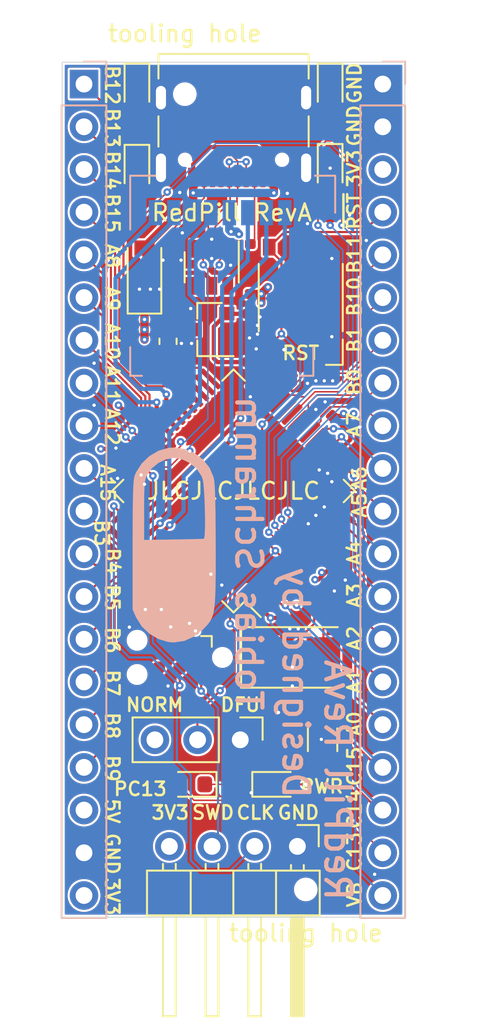
<source format=kicad_pcb>
(kicad_pcb (version 20171130) (host pcbnew 5.1.6)
  (layers (0 F.Cu signal) (1 GND power) (2 Power power) (31 B.Cu signal) (34 B.Paste user) (35 F.Paste user) (36 B.SilkS user) (37 F.SilkS user) (38 B.Mask user) (39 F.Mask user) (44 Edge.Cuts user))
  (net 0 "")
  (net 1 "Net-(U1-Pad38)")
  (net 2 "Net-(U1-Pad37)")
  (net 3 "Net-(U1-Pad27)")
  (net 4 "Net-(U1-Pad24)")
  (net 5 GND)
  (net 6 "Net-(C1-Pad1)")
  (net 7 "Net-(C2-Pad1)")
  (net 8 /PC14)
  (net 9 /PC15)
  (net 10 +3V3)
  (net 11 +5V)
  (net 12 /PB9)
  (net 13 /PB8)
  (net 14 /PB7)
  (net 15 /PB6)
  (net 16 /PB5)
  (net 17 /PB4)
  (net 18 /PB3)
  (net 19 /PA15)
  (net 20 /PA10)
  (net 21 /PA9)
  (net 22 /PA8)
  (net 23 /PB15)
  (net 24 /PB14)
  (net 25 /PB13)
  (net 26 /PB12)
  (net 27 /VBAT)
  (net 28 /PC13)
  (net 29 /PA0)
  (net 30 /PA1)
  (net 31 /PA2)
  (net 32 /PA3)
  (net 33 /PA4)
  (net 34 /PA5)
  (net 35 /PA6)
  (net 36 /PA7)
  (net 37 /PB0)
  (net 38 /PB1)
  (net 39 /PB10)
  (net 40 /PB11)
  (net 41 /~RST)
  (net 42 "Net-(J3-PadB5)")
  (net 43 /D+)
  (net 44 "Net-(J3-PadA8)")
  (net 45 "Net-(J3-PadA5)")
  (net 46 "Net-(J3-PadB8)")
  (net 47 /D-)
  (net 48 "Net-(U2-Pad6)")
  (net 49 "Net-(U2-Pad4)")
  (net 50 "Net-(J4-Pad6)")
  (net 51 /SWCLK)
  (net 52 /SWDIO)
  (net 53 "Net-(C13-Pad1)")
  (net 54 "Net-(D1-Pad2)")
  (net 55 "Net-(JP1-Pad2)")
  (net 56 "Net-(D2-Pad1)")
  (net 57 "Net-(D3-Pad1)")
  (net 58 /SD_DAT2)
  (net 59 /SD_DAT3)
  (net 60 /SD_CMD)
  (net 61 /SD_CLK)
  (net 62 /SD_DAT0)
  (net 63 /SD_DAT1)
  (net 64 "Net-(D4-Pad2)")
  (net 65 "Net-(D5-Pad2)")
  (net 66 "Net-(D6-Pad2)")
  (net 67 "Net-(D7-Pad2)")
  (net 68 "Net-(R5-Pad2)")
  (net 69 "Net-(R6-Pad2)")
  (net 70 "Net-(R7-Pad2)")
  (net 71 "Net-(R8-Pad2)")
  (module Icon:pill (layer B.Cu) (at 105.3 127.4 270)
    (fp_text reference H3 hide)
    (fp_text value Icon hide)
  )
  (module ToolingHole:ToolingHole_JLCSMT (layer F.Cu) (at 113.2 147.9)
    (fp_text reference H2 hide)
    (fp_text value ToolingHole)
    (fp_text user "tooling hole" (at 0 2.6) (layer F.SilkS))
    (pad "" np_thru_hole circle (at 0 0) (size 1.152 1.152) (drill 1.152) (layers *.Cu *.Mask))
  )
  (module ToolingHole:ToolingHole_JLCSMT (layer F.Cu) (at 106 100.6)
    (fp_text reference H1 hide)
    (fp_text value ToolingHole)
    (fp_text user "tooling hole" (at 0 -3.6) (layer F.SilkS))
    (pad "" np_thru_hole circle (at 0 0) (size 1.152 1.152) (drill 1.152) (layers *.Cu *.Mask))
  )
  (module Capacitor_SMD:C_0402_1005Metric (layer F.Cu) (at 109.75 116.05 270)
    (fp_text reference C16 hide)
    (fp_text value 100nF)
    (pad 2 smd roundrect (at 0.485 0 270) (size 0.59 0.64) (layers F.Cu F.Paste F.Mask) (net 10 +3V3))
    (pad 1 smd roundrect (at -0.485 0 270) (size 0.59 0.64) (layers F.Cu F.Paste F.Mask) (net 5 GND))
  )
  (module Package_QFP:LQFP-64_10x10mm_P0.5mm (layer F.Cu) (at 108.9 124.2 135)
    (fp_text reference U1 hide)
    (fp_text value STM32F722RETx)
    (pad 64 smd roundrect (at -3.75 -5.675 135) (size 0.3 1.55) (layers F.Cu F.Paste F.Mask) (net 10 +3V3))
    (pad 63 smd roundrect (at -3.25 -5.675 135) (size 0.3 1.55) (layers F.Cu F.Paste F.Mask) (net 5 GND))
    (pad 62 smd roundrect (at -2.75 -5.675 135) (size 0.3 1.55) (layers F.Cu F.Paste F.Mask) (net 12 /PB9))
    (pad 61 smd roundrect (at -2.25 -5.675 135) (size 0.3 1.55) (layers F.Cu F.Paste F.Mask) (net 13 /PB8))
    (pad 60 smd roundrect (at -1.75 -5.675 135) (size 0.3 1.55) (layers F.Cu F.Paste F.Mask) (net 55 "Net-(JP1-Pad2)"))
    (pad 59 smd roundrect (at -1.25 -5.675 135) (size 0.3 1.55) (layers F.Cu F.Paste F.Mask) (net 14 /PB7))
    (pad 58 smd roundrect (at -0.75 -5.675 135) (size 0.3 1.55) (layers F.Cu F.Paste F.Mask) (net 15 /PB6))
    (pad 57 smd roundrect (at -0.25 -5.675 135) (size 0.3 1.55) (layers F.Cu F.Paste F.Mask) (net 16 /PB5))
    (pad 56 smd roundrect (at 0.25 -5.675 135) (size 0.3 1.55) (layers F.Cu F.Paste F.Mask) (net 17 /PB4))
    (pad 55 smd roundrect (at 0.75 -5.675 135) (size 0.3 1.55) (layers F.Cu F.Paste F.Mask) (net 18 /PB3))
    (pad 54 smd roundrect (at 1.25 -5.675 135) (size 0.3 1.55) (layers F.Cu F.Paste F.Mask) (net 60 /SD_CMD))
    (pad 53 smd roundrect (at 1.75 -5.675 135) (size 0.3 1.55) (layers F.Cu F.Paste F.Mask) (net 61 /SD_CLK))
    (pad 52 smd roundrect (at 2.25 -5.675 135) (size 0.3 1.55) (layers F.Cu F.Paste F.Mask) (net 59 /SD_DAT3))
    (pad 51 smd roundrect (at 2.75 -5.675 135) (size 0.3 1.55) (layers F.Cu F.Paste F.Mask) (net 58 /SD_DAT2))
    (pad 50 smd roundrect (at 3.25 -5.675 135) (size 0.3 1.55) (layers F.Cu F.Paste F.Mask) (net 19 /PA15))
    (pad 49 smd roundrect (at 3.75 -5.675 135) (size 0.3 1.55) (layers F.Cu F.Paste F.Mask) (net 51 /SWCLK))
    (pad 48 smd roundrect (at 5.675 -3.75 135) (size 1.55 0.3) (layers F.Cu F.Paste F.Mask) (net 10 +3V3))
    (pad 47 smd roundrect (at 5.675 -3.25 135) (size 1.55 0.3) (layers F.Cu F.Paste F.Mask) (net 5 GND))
    (pad 46 smd roundrect (at 5.675 -2.75 135) (size 1.55 0.3) (layers F.Cu F.Paste F.Mask) (net 52 /SWDIO))
    (pad 45 smd roundrect (at 5.675 -2.25 135) (size 1.55 0.3) (layers F.Cu F.Paste F.Mask) (net 43 /D+))
    (pad 44 smd roundrect (at 5.675 -1.75 135) (size 1.55 0.3) (layers F.Cu F.Paste F.Mask) (net 47 /D-))
    (pad 43 smd roundrect (at 5.675 -1.25 135) (size 1.55 0.3) (layers F.Cu F.Paste F.Mask) (net 20 /PA10))
    (pad 42 smd roundrect (at 5.675 -0.75 135) (size 1.55 0.3) (layers F.Cu F.Paste F.Mask) (net 21 /PA9))
    (pad 41 smd roundrect (at 5.675 -0.25 135) (size 1.55 0.3) (layers F.Cu F.Paste F.Mask) (net 22 /PA8))
    (pad 40 smd roundrect (at 5.675 0.25 135) (size 1.55 0.3) (layers F.Cu F.Paste F.Mask) (net 63 /SD_DAT1))
    (pad 39 smd roundrect (at 5.675 0.75 135) (size 1.55 0.3) (layers F.Cu F.Paste F.Mask) (net 62 /SD_DAT0))
    (pad 38 smd roundrect (at 5.675 1.25 135) (size 1.55 0.3) (layers F.Cu F.Paste F.Mask) (net 1 "Net-(U1-Pad38)"))
    (pad 37 smd roundrect (at 5.675 1.75 135) (size 1.55 0.3) (layers F.Cu F.Paste F.Mask) (net 2 "Net-(U1-Pad37)"))
    (pad 36 smd roundrect (at 5.675 2.25 135) (size 1.55 0.3) (layers F.Cu F.Paste F.Mask) (net 23 /PB15))
    (pad 35 smd roundrect (at 5.675 2.75 135) (size 1.55 0.3) (layers F.Cu F.Paste F.Mask) (net 24 /PB14))
    (pad 34 smd roundrect (at 5.675 3.25 135) (size 1.55 0.3) (layers F.Cu F.Paste F.Mask) (net 25 /PB13))
    (pad 33 smd roundrect (at 5.675 3.75 135) (size 1.55 0.3) (layers F.Cu F.Paste F.Mask) (net 26 /PB12))
    (pad 32 smd roundrect (at 3.75 5.675 135) (size 0.3 1.55) (layers F.Cu F.Paste F.Mask) (net 10 +3V3))
    (pad 31 smd roundrect (at 3.25 5.675 135) (size 0.3 1.55) (layers F.Cu F.Paste F.Mask) (net 5 GND))
    (pad 30 smd roundrect (at 2.75 5.675 135) (size 0.3 1.55) (layers F.Cu F.Paste F.Mask) (net 53 "Net-(C13-Pad1)"))
    (pad 29 smd roundrect (at 2.25 5.675 135) (size 0.3 1.55) (layers F.Cu F.Paste F.Mask) (net 40 /PB11))
    (pad 28 smd roundrect (at 1.75 5.675 135) (size 0.3 1.55) (layers F.Cu F.Paste F.Mask) (net 39 /PB10))
    (pad 27 smd roundrect (at 1.25 5.675 135) (size 0.3 1.55) (layers F.Cu F.Paste F.Mask) (net 3 "Net-(U1-Pad27)"))
    (pad 26 smd roundrect (at 0.75 5.675 135) (size 0.3 1.55) (layers F.Cu F.Paste F.Mask) (net 38 /PB1))
    (pad 25 smd roundrect (at 0.25 5.675 135) (size 0.3 1.55) (layers F.Cu F.Paste F.Mask) (net 37 /PB0))
    (pad 24 smd roundrect (at -0.25 5.675 135) (size 0.3 1.55) (layers F.Cu F.Paste F.Mask) (net 4 "Net-(U1-Pad24)"))
    (pad 23 smd roundrect (at -0.75 5.675 135) (size 0.3 1.55) (layers F.Cu F.Paste F.Mask) (net 36 /PA7))
    (pad 22 smd roundrect (at -1.25 5.675 135) (size 0.3 1.55) (layers F.Cu F.Paste F.Mask) (net 35 /PA6))
    (pad 21 smd roundrect (at -1.75 5.675 135) (size 0.3 1.55) (layers F.Cu F.Paste F.Mask) (net 34 /PA5))
    (pad 20 smd roundrect (at -2.25 5.675 135) (size 0.3 1.55) (layers F.Cu F.Paste F.Mask) (net 33 /PA4))
    (pad 19 smd roundrect (at -2.75 5.675 135) (size 0.3 1.55) (layers F.Cu F.Paste F.Mask) (net 10 +3V3))
    (pad 18 smd roundrect (at -3.25 5.675 135) (size 0.3 1.55) (layers F.Cu F.Paste F.Mask) (net 5 GND))
    (pad 17 smd roundrect (at -3.75 5.675 135) (size 0.3 1.55) (layers F.Cu F.Paste F.Mask) (net 32 /PA3))
    (pad 16 smd roundrect (at -5.675 3.75 135) (size 1.55 0.3) (layers F.Cu F.Paste F.Mask) (net 31 /PA2))
    (pad 15 smd roundrect (at -5.675 3.25 135) (size 1.55 0.3) (layers F.Cu F.Paste F.Mask) (net 30 /PA1))
    (pad 14 smd roundrect (at -5.675 2.75 135) (size 1.55 0.3) (layers F.Cu F.Paste F.Mask) (net 29 /PA0))
    (pad 13 smd roundrect (at -5.675 2.25 135) (size 1.55 0.3) (layers F.Cu F.Paste F.Mask) (net 10 +3V3))
    (pad 12 smd roundrect (at -5.675 1.75 135) (size 1.55 0.3) (layers F.Cu F.Paste F.Mask) (net 5 GND))
    (pad 11 smd roundrect (at -5.675 1.25 135) (size 1.55 0.3) (layers F.Cu F.Paste F.Mask) (net 71 "Net-(R8-Pad2)"))
    (pad 10 smd roundrect (at -5.675 0.75 135) (size 1.55 0.3) (layers F.Cu F.Paste F.Mask) (net 70 "Net-(R7-Pad2)"))
    (pad 9 smd roundrect (at -5.675 0.25 135) (size 1.55 0.3) (layers F.Cu F.Paste F.Mask) (net 69 "Net-(R6-Pad2)"))
    (pad 8 smd roundrect (at -5.675 -0.25 135) (size 1.55 0.3) (layers F.Cu F.Paste F.Mask) (net 68 "Net-(R5-Pad2)"))
    (pad 7 smd roundrect (at -5.675 -0.75 135) (size 1.55 0.3) (layers F.Cu F.Paste F.Mask) (net 41 /~RST))
    (pad 6 smd roundrect (at -5.675 -1.25 135) (size 1.55 0.3) (layers F.Cu F.Paste F.Mask) (net 7 "Net-(C2-Pad1)"))
    (pad 5 smd roundrect (at -5.675 -1.75 135) (size 1.55 0.3) (layers F.Cu F.Paste F.Mask) (net 6 "Net-(C1-Pad1)"))
    (pad 4 smd roundrect (at -5.675 -2.25 135) (size 1.55 0.3) (layers F.Cu F.Paste F.Mask) (net 9 /PC15))
    (pad 3 smd roundrect (at -5.675 -2.75 135) (size 1.55 0.3) (layers F.Cu F.Paste F.Mask) (net 8 /PC14))
    (pad 2 smd roundrect (at -5.675 -3.25 135) (size 1.55 0.3) (layers F.Cu F.Paste F.Mask) (net 28 /PC13))
    (pad 1 smd roundrect (at -5.675 -3.75 135) (size 1.55 0.3) (layers F.Cu F.Paste F.Mask) (net 27 /VBAT))
  )
  (module Resistor_SMD:R_0402_1005Metric (layer F.Cu) (at 103.15 107.5 270)
    (fp_text reference R8 hide)
    (fp_text value 5.1kR)
    (pad 2 smd roundrect (at 0.485 0 270) (size 0.59 0.64) (layers F.Cu F.Paste F.Mask) (net 71 "Net-(R8-Pad2)"))
    (pad 1 smd roundrect (at -0.485 0 270) (size 0.59 0.64) (layers F.Cu F.Paste F.Mask) (net 66 "Net-(D6-Pad2)"))
  )
  (module Resistor_SMD:R_0402_1005Metric (layer F.Cu) (at 103.15 102.65 270)
    (fp_text reference R7 hide)
    (fp_text value 5.1kR)
    (pad 2 smd roundrect (at 0.485 0 270) (size 0.59 0.64) (layers F.Cu F.Paste F.Mask) (net 70 "Net-(R7-Pad2)"))
    (pad 1 smd roundrect (at -0.485 0 270) (size 0.59 0.64) (layers F.Cu F.Paste F.Mask) (net 67 "Net-(D7-Pad2)"))
  )
  (module Resistor_SMD:R_0402_1005Metric (layer F.Cu) (at 114.65 107.45 270)
    (fp_text reference R6 hide)
    (fp_text value 5.1kR)
    (pad 2 smd roundrect (at 0.485 0 270) (size 0.59 0.64) (layers F.Cu F.Paste F.Mask) (net 69 "Net-(R6-Pad2)"))
    (pad 1 smd roundrect (at -0.485 0 270) (size 0.59 0.64) (layers F.Cu F.Paste F.Mask) (net 65 "Net-(D5-Pad2)"))
  )
  (module Resistor_SMD:R_0402_1005Metric (layer F.Cu) (at 114.65 102.65 270)
    (fp_text reference R5 hide)
    (fp_text value 5.1kR)
    (pad 2 smd roundrect (at 0.485 0 270) (size 0.59 0.64) (layers F.Cu F.Paste F.Mask) (net 68 "Net-(R5-Pad2)"))
    (pad 1 smd roundrect (at -0.485 0 270) (size 0.59 0.64) (layers F.Cu F.Paste F.Mask) (net 64 "Net-(D4-Pad2)"))
  )
  (module LED_SMD:LED_0603_1608Metric (layer F.Cu) (at 103.15 100.25 270)
    (fp_text reference D7 hide)
    (fp_text value GRN)
    (pad 2 smd roundrect (at 0.7875 0 270) (size 0.875 0.95) (layers F.Cu F.Paste F.Mask) (net 67 "Net-(D7-Pad2)"))
    (pad 1 smd roundrect (at -0.7875 0 270) (size 0.875 0.95) (layers F.Cu F.Paste F.Mask) (net 5 GND))
  )
  (module LED_SMD:LED_0603_1608Metric (layer F.Cu) (at 103.15 105.1 270)
    (fp_text reference D6 hide)
    (fp_text value BLU)
    (pad 2 smd roundrect (at 0.7875 0 270) (size 0.875 0.95) (layers F.Cu F.Paste F.Mask) (net 66 "Net-(D6-Pad2)"))
    (pad 1 smd roundrect (at -0.7875 0 270) (size 0.875 0.95) (layers F.Cu F.Paste F.Mask) (net 5 GND))
  )
  (module LED_SMD:LED_0603_1608Metric (layer F.Cu) (at 114.65 105.05 270)
    (fp_text reference D5 hide)
    (fp_text value WHT)
    (pad 2 smd roundrect (at 0.7875 0 270) (size 0.875 0.95) (layers F.Cu F.Paste F.Mask) (net 65 "Net-(D5-Pad2)"))
    (pad 1 smd roundrect (at -0.7875 0 270) (size 0.875 0.95) (layers F.Cu F.Paste F.Mask) (net 5 GND))
  )
  (module LED_SMD:LED_0603_1608Metric (layer F.Cu) (at 114.65 100.25 270)
    (fp_text reference D4 hide)
    (fp_text value YLW)
    (pad 2 smd roundrect (at 0.7875 0 270) (size 0.875 0.95) (layers F.Cu F.Paste F.Mask) (net 64 "Net-(D4-Pad2)"))
    (pad 1 smd roundrect (at -0.7875 0 270) (size 0.875 0.95) (layers F.Cu F.Paste F.Mask) (net 5 GND))
  )
  (module Connector_Card_MicroSD:XUNPU_TF.104 (layer B.Cu) (at 108.75 107.65)
    (fp_text reference J6 hide)
    (fp_text value Micro_SD_Card)
    (pad 9 smd rect (at 2.38 9.25) (size 3.1 1.5) (layers B.Cu B.Paste B.Mask) (net 5 GND))
    (pad 9 smd rect (at -3.68 9.25) (size 3.1 1.5) (layers B.Cu B.Paste B.Mask) (net 5 GND))
    (pad 1 smd rect (at 3.2 0) (size 0.8 1.5) (layers B.Cu B.Paste B.Mask) (net 58 /SD_DAT2))
    (pad 2 smd rect (at 2.1 0) (size 0.8 1.5) (layers B.Cu B.Paste B.Mask) (net 59 /SD_DAT3))
    (pad 3 smd rect (at 1 0) (size 0.8 1.5) (layers B.Cu B.Paste B.Mask) (net 60 /SD_CMD))
    (pad 4 smd rect (at -0.1 0) (size 0.8 1.5) (layers B.Cu B.Paste B.Mask) (net 10 +3V3))
    (pad 5 smd rect (at -1.2 0) (size 0.8 1.5) (layers B.Cu B.Paste B.Mask) (net 61 /SD_CLK))
    (pad 6 smd rect (at -2.3 0) (size 0.8 1.5) (layers B.Cu B.Paste B.Mask) (net 5 GND))
    (pad 7 smd rect (at -3.4 0) (size 0.8 1.5) (layers B.Cu B.Paste B.Mask) (net 62 /SD_DAT0))
    (pad 8 smd rect (at -4.5 0) (size 0.8 1.5) (layers B.Cu B.Paste B.Mask) (net 63 /SD_DAT1))
  )
  (module Resistor_SMD:R_0402_1005Metric (layer F.Cu) (at 108.95 141.925 180)
    (fp_text reference R4 hide)
    (fp_text value 5.1kR)
    (pad 2 smd roundrect (at 0.485 0 180) (size 0.59 0.64) (layers F.Cu F.Paste F.Mask) (net 57 "Net-(D3-Pad1)"))
    (pad 1 smd roundrect (at -0.485 0 180) (size 0.59 0.64) (layers F.Cu F.Paste F.Mask) (net 5 GND))
  )
  (module Resistor_SMD:R_0402_1005Metric (layer F.Cu) (at 108.95 140.975)
    (fp_text reference R3 hide)
    (fp_text value 5.1kR)
    (pad 2 smd roundrect (at 0.485 0) (size 0.59 0.64) (layers F.Cu F.Paste F.Mask) (net 56 "Net-(D2-Pad1)"))
    (pad 1 smd roundrect (at -0.485 0) (size 0.59 0.64) (layers F.Cu F.Paste F.Mask) (net 5 GND))
  )
  (module LED_SMD:LED_0603_1608Metric (layer F.Cu) (at 106.4 141.65 180)
    (fp_text reference D3 hide)
    (fp_text value PC13)
    (pad 2 smd roundrect (at 0.7875 0 180) (size 0.875 0.95) (layers F.Cu F.Paste F.Mask) (net 28 /PC13))
    (pad 1 smd roundrect (at -0.7875 0 180) (size 0.875 0.95) (layers F.Cu F.Paste F.Mask) (net 57 "Net-(D3-Pad1)"))
  )
  (module LED_SMD:LED_0603_1608Metric (layer F.Cu) (at 111.5 141.65)
    (fp_text reference D2 hide)
    (fp_text value PWR)
    (pad 2 smd roundrect (at 0.7875 0) (size 0.875 0.95) (layers F.Cu F.Paste F.Mask) (net 10 +3V3))
    (pad 1 smd roundrect (at -0.7875 0) (size 0.875 0.95) (layers F.Cu F.Paste F.Mask) (net 56 "Net-(D2-Pad1)"))
  )
  (module Capacitor_SMD:C_0402_1005Metric (layer F.Cu) (at 109.9 112 90)
    (fp_text reference C15 hide)
    (fp_text value 10uF)
    (pad 2 smd roundrect (at 0.485 0 90) (size 0.59 0.64) (layers F.Cu F.Paste F.Mask) (net 5 GND))
    (pad 1 smd roundrect (at -0.485 0 90) (size 0.59 0.64) (layers F.Cu F.Paste F.Mask) (net 10 +3V3))
  )
  (module Capacitor_SMD:C_0603_1608Metric (layer F.Cu) (at 105 115.3 270)
    (fp_text reference C14 hide)
    (fp_text value 10uF)
    (pad 2 smd roundrect (at 0.7875 0 270) (size 0.875 0.95) (layers F.Cu F.Paste F.Mask) (net 5 GND))
    (pad 1 smd roundrect (at -0.7875 0 270) (size 0.875 0.95) (layers F.Cu F.Paste F.Mask) (net 11 +5V))
  )
  (module Package_TO_SOT_SMD:SOT-23 (layer F.Cu) (at 107.5 114.6 180)
    (fp_text reference U3 hide)
    (fp_text value XC6206PxxxMR)
    (pad 3 smd rect (at 1 0 180) (size 0.9 0.8) (layers F.Cu F.Paste F.Mask) (net 11 +5V))
    (pad 2 smd rect (at -1 0.95 180) (size 0.9 0.8) (layers F.Cu F.Paste F.Mask) (net 10 +3V3))
    (pad 1 smd rect (at -1 -0.95 180) (size 0.9 0.8) (layers F.Cu F.Paste F.Mask) (net 5 GND))
  )
  (module Connector_PinHeader_2.54mm:PinHeader_1x03_P2.54mm_Vertical (layer F.Cu) (at 109.3 139 270)
    (fp_text reference JP1 hide)
    (fp_text value Jumper_3_Open)
    (pad 3 thru_hole oval (at 0 5.08 270) (size 1.7 1.7) (drill 1) (layers *.Cu *.Mask) (net 10 +3V3))
    (pad 2 thru_hole oval (at 0 2.54 270) (size 1.7 1.7) (drill 1) (layers *.Cu *.Mask) (net 55 "Net-(JP1-Pad2)"))
    (pad 1 thru_hole rect (at 0 0 270) (size 1.7 1.7) (drill 1) (layers *.Cu *.Mask) (net 5 GND))
  )
  (module Diode_SMD:D_SOD-123 (layer F.Cu) (at 103.6 111.4 90)
    (fp_text reference D1 hide)
    (fp_text value B5819W)
    (pad 2 smd rect (at 1.65 0 90) (size 0.9 1.2) (layers F.Cu F.Paste F.Mask) (net 54 "Net-(D1-Pad2)"))
    (pad 1 smd rect (at -1.65 0 90) (size 0.9 1.2) (layers F.Cu F.Paste F.Mask) (net 11 +5V))
  )
  (module Capacitor_SMD:C_0402_1005Metric (layer F.Cu) (at 112.7 117.7 315)
    (fp_text reference C13 hide)
    (fp_text value 4.7uF)
    (pad 2 smd roundrect (at 0.485 0 315) (size 0.59 0.64) (layers F.Cu F.Paste F.Mask) (net 5 GND))
    (pad 1 smd roundrect (at -0.485 0 315) (size 0.59 0.64) (layers F.Cu F.Paste F.Mask) (net 53 "Net-(C13-Pad1)"))
  )
  (module Capacitor_SMD:C_0402_1005Metric (layer F.Cu) (at 109.75 114.15 270)
    (fp_text reference C12 hide)
    (fp_text value 1uF)
    (pad 2 smd roundrect (at 0.485 0 270) (size 0.59 0.64) (layers F.Cu F.Paste F.Mask) (net 5 GND))
    (pad 1 smd roundrect (at -0.485 0 270) (size 0.59 0.64) (layers F.Cu F.Paste F.Mask) (net 10 +3V3))
  )
  (module Capacitor_SMD:C_0402_1005Metric (layer F.Cu) (at 103.125 131.55)
    (fp_text reference C11 hide)
    (fp_text value 100nF)
    (pad 2 smd roundrect (at 0.485 0) (size 0.59 0.64) (layers F.Cu F.Paste F.Mask) (net 5 GND))
    (pad 1 smd roundrect (at -0.485 0) (size 0.59 0.64) (layers F.Cu F.Paste F.Mask) (net 41 /~RST))
  )
  (module Capacitor_SMD:C_0402_1005Metric (layer F.Cu) (at 105.3 112.8 90)
    (fp_text reference C10 hide)
    (fp_text value 1uF)
    (pad 2 smd roundrect (at 0.485 0 90) (size 0.59 0.64) (layers F.Cu F.Paste F.Mask) (net 5 GND))
    (pad 1 smd roundrect (at -0.485 0 90) (size 0.59 0.64) (layers F.Cu F.Paste F.Mask) (net 11 +5V))
  )
  (module Connector_PinHeader_2.54mm:PinHeader_1x04_P2.54mm_Horizontal (layer F.Cu) (at 112.7 145.339 270)
    (fp_text reference J5 hide)
    (fp_text value Conn_01x04)
    (pad 4 thru_hole oval (at 0 7.62 270) (size 1.7 1.7) (drill 1) (layers *.Cu *.Mask) (net 10 +3V3))
    (pad 3 thru_hole oval (at 0 5.08 270) (size 1.7 1.7) (drill 1) (layers *.Cu *.Mask) (net 52 /SWDIO))
    (pad 2 thru_hole oval (at 0 2.54 270) (size 1.7 1.7) (drill 1) (layers *.Cu *.Mask) (net 51 /SWCLK))
    (pad 1 thru_hole rect (at 0 0 270) (size 1.7 1.7) (drill 1) (layers *.Cu *.Mask) (net 5 GND))
  )
  (module Connector:Tag-Connect_TC2030-IDC-NL_2x03_P1.27mm_Vertical (layer F.Cu) (at 105.7 134.1 180)
    (fp_text reference J4 hide)
    (fp_text value TagConnect_TC2030_SWD)
    (pad 6 connect circle (at 1.27 -0.635 180) (size 0.7874 0.7874) (layers F.Cu F.Mask) (net 50 "Net-(J4-Pad6)"))
    (pad 5 connect circle (at 1.27 0.635 180) (size 0.7874 0.7874) (layers F.Cu F.Mask) (net 5 GND))
    (pad 4 connect circle (at 0 -0.635 180) (size 0.7874 0.7874) (layers F.Cu F.Mask) (net 51 /SWCLK))
    (pad 3 connect circle (at 0 0.635 180) (size 0.7874 0.7874) (layers F.Cu F.Mask) (net 41 /~RST))
    (pad 2 connect circle (at -1.27 -0.635 180) (size 0.7874 0.7874) (layers F.Cu F.Mask) (net 52 /SWDIO))
    (pad 1 connect circle (at -1.27 0.635 180) (size 0.7874 0.7874) (layers F.Cu F.Mask) (net 10 +3V3))
    (pad "" np_thru_hole circle (at -2.54 0 180) (size 0.9906 0.9906) (drill 0.9906) (layers *.Cu *.Mask))
    (pad "" np_thru_hole circle (at 2.54 1.016 180) (size 0.9906 0.9906) (drill 0.9906) (layers *.Cu *.Mask))
    (pad "" np_thru_hole circle (at 2.54 -1.016 180) (size 0.9906 0.9906) (drill 0.9906) (layers *.Cu *.Mask))
  )
  (module XKB_switch:TS-1187A-X-X-X (layer F.Cu) (at 112.9 112.7 90)
    (fp_text reference SW1 hide)
    (fp_text value SW_Push)
    (pad 1 smd rect (at -3 1.875 270) (size 1 0.75) (layers F.Cu F.Paste F.Mask) (net 5 GND))
    (pad 2 smd rect (at -3 -1.875 270) (size 1 0.75) (layers F.Cu F.Paste F.Mask) (net 41 /~RST))
    (pad 2 smd rect (at 3 -1.875 90) (size 1 0.75) (layers F.Cu F.Paste F.Mask) (net 41 /~RST))
    (pad 1 smd rect (at 3 1.875 90) (size 1 0.75) (layers F.Cu F.Paste F.Mask) (net 5 GND))
  )
  (module Package_TO_SOT_SMD:SOT-23-6 (layer F.Cu) (at 107.6 110.9 270)
    (fp_text reference U2 hide)
    (fp_text value SRV05-4)
    (pad 5 smd rect (at 1.1 0 270) (size 1.06 0.65) (layers F.Cu F.Paste F.Mask) (net 54 "Net-(D1-Pad2)"))
    (pad 6 smd rect (at 1.1 -0.95 270) (size 1.06 0.65) (layers F.Cu F.Paste F.Mask) (net 48 "Net-(U2-Pad6)"))
    (pad 4 smd rect (at 1.1 0.95 270) (size 1.06 0.65) (layers F.Cu F.Paste F.Mask) (net 49 "Net-(U2-Pad4)"))
    (pad 3 smd rect (at -1.1 0.95 270) (size 1.06 0.65) (layers F.Cu F.Paste F.Mask) (net 47 /D-))
    (pad 2 smd rect (at -1.1 0 270) (size 1.06 0.65) (layers F.Cu F.Paste F.Mask) (net 5 GND))
    (pad 1 smd rect (at -1.1 -0.95 270) (size 1.06 0.65) (layers F.Cu F.Paste F.Mask) (net 43 /D+))
  )
  (module Resistor_SMD:R_0402_1005Metric (layer F.Cu) (at 105.3 110 270)
    (fp_text reference R2 hide)
    (fp_text value 5.1kR)
    (pad 2 smd roundrect (at 0.485 0 270) (size 0.59 0.64) (layers F.Cu F.Paste F.Mask) (net 5 GND))
    (pad 1 smd roundrect (at -0.485 0 270) (size 0.59 0.64) (layers F.Cu F.Paste F.Mask) (net 42 "Net-(J3-PadB5)"))
  )
  (module Resistor_SMD:R_0402_1005Metric (layer F.Cu) (at 109.9 110 90)
    (fp_text reference R1 hide)
    (fp_text value 5.1kR)
    (pad 2 smd roundrect (at 0.485 0 90) (size 0.59 0.64) (layers F.Cu F.Paste F.Mask) (net 45 "Net-(J3-PadA5)"))
    (pad 1 smd roundrect (at -0.485 0 90) (size 0.59 0.64) (layers F.Cu F.Paste F.Mask) (net 5 GND))
  )
  (module Connector_USB:USB_C_Receptacle_Palconn_UTC16-G (layer F.Cu) (at 108.9 103.05 180)
    (fp_text reference J3 hide)
    (fp_text value USB_C_Receptacle_USB2.0)
    (pad A12 smd rect (at 3.2 -2.51 180) (size 0.6 1.16) (layers F.Cu F.Paste F.Mask) (net 5 GND))
    (pad A9 smd rect (at 2.4 -2.51 180) (size 0.6 1.16) (layers F.Cu F.Paste F.Mask) (net 54 "Net-(D1-Pad2)"))
    (pad B1 smd rect (at 3.2 -2.51 180) (size 0.6 1.16) (layers F.Cu F.Paste F.Mask) (net 5 GND))
    (pad B4 smd rect (at 2.4 -2.51 180) (size 0.6 1.16) (layers F.Cu F.Paste F.Mask) (net 54 "Net-(D1-Pad2)"))
    (pad B12 smd rect (at -3.2 -2.51 180) (size 0.6 1.16) (layers F.Cu F.Paste F.Mask) (net 5 GND))
    (pad A1 smd rect (at -3.2 -2.51 180) (size 0.6 1.16) (layers F.Cu F.Paste F.Mask) (net 5 GND))
    (pad B9 smd rect (at -2.4 -2.51 180) (size 0.6 1.16) (layers F.Cu F.Paste F.Mask) (net 54 "Net-(D1-Pad2)"))
    (pad A4 smd rect (at -2.4 -2.51 180) (size 0.6 1.16) (layers F.Cu F.Paste F.Mask) (net 54 "Net-(D1-Pad2)"))
    (pad "" np_thru_hole circle (at -2.89 -1.45) (size 0.6 0.6) (drill 0.6) (layers *.Cu *.Mask))
    (pad "" np_thru_hole circle (at 2.89 -1.45) (size 0.6 0.6) (drill 0.6) (layers *.Cu *.Mask))
    (pad B5 smd rect (at 1.75 -2.51) (size 0.3 1.16) (layers F.Cu F.Paste F.Mask) (net 42 "Net-(J3-PadB5)"))
    (pad B6 smd rect (at 0.75 -2.51) (size 0.3 1.16) (layers F.Cu F.Paste F.Mask) (net 43 /D+))
    (pad A8 smd rect (at 1.25 -2.51) (size 0.3 1.16) (layers F.Cu F.Paste F.Mask) (net 44 "Net-(J3-PadA8)"))
    (pad A5 smd rect (at -1.25 -2.51) (size 0.3 1.16) (layers F.Cu F.Paste F.Mask) (net 45 "Net-(J3-PadA5)"))
    (pad B8 smd rect (at -1.75 -2.51) (size 0.3 1.16) (layers F.Cu F.Paste F.Mask) (net 46 "Net-(J3-PadB8)"))
    (pad A7 smd rect (at 0.25 -2.51) (size 0.3 1.16) (layers F.Cu F.Paste F.Mask) (net 47 /D-))
    (pad A6 smd rect (at -0.25 -2.51) (size 0.3 1.16) (layers F.Cu F.Paste F.Mask) (net 43 /D+))
    (pad B7 smd rect (at -0.75 -2.51) (size 0.3 1.16) (layers F.Cu F.Paste F.Mask) (net 47 /D-))
    (pad S1 thru_hole oval (at 4.32 2.24 270) (size 1.7 0.9) (drill oval 1.4 0.6) (layers *.Cu *.Mask) (net 5 GND))
    (pad S1 thru_hole oval (at -4.32 2.24 270) (size 1.7 0.9) (drill oval 1.4 0.6) (layers *.Cu *.Mask) (net 5 GND))
    (pad S1 thru_hole oval (at 4.32 -1.93 270) (size 2 0.9) (drill oval 1.7 0.6) (layers *.Cu *.Mask) (net 5 GND))
    (pad S1 thru_hole oval (at -4.32 -1.93 270) (size 2 0.9) (drill oval 1.7 0.6) (layers *.Cu *.Mask) (net 5 GND))
  )
  (module Capacitor_SMD:C_0402_1005Metric (layer F.Cu) (at 114.425 119.4 135)
    (fp_text reference C9 hide)
    (fp_text value 100nF)
    (pad 2 smd roundrect (at 0.485 0 135) (size 0.59 0.64) (layers F.Cu F.Paste F.Mask) (net 5 GND))
    (pad 1 smd roundrect (at -0.485 0 135) (size 0.59 0.64) (layers F.Cu F.Paste F.Mask) (net 10 +3V3))
  )
  (module Capacitor_SMD:C_0402_1005Metric (layer F.Cu) (at 105.325 131.575 180)
    (fp_text reference C8 hide)
    (fp_text value 100nF)
    (pad 2 smd roundrect (at 0.485 0 180) (size 0.59 0.64) (layers F.Cu F.Paste F.Mask) (net 5 GND))
    (pad 1 smd roundrect (at -0.485 0 180) (size 0.59 0.64) (layers F.Cu F.Paste F.Mask) (net 10 +3V3))
  )
  (module Capacitor_SMD:C_0402_1005Metric (layer F.Cu) (at 114.9 129.05 270)
    (fp_text reference C7 hide)
    (fp_text value 100nF)
    (pad 2 smd roundrect (at 0.485 0 270) (size 0.59 0.64) (layers F.Cu F.Paste F.Mask) (net 5 GND))
    (pad 1 smd roundrect (at -0.485 0 270) (size 0.59 0.64) (layers F.Cu F.Paste F.Mask) (net 10 +3V3))
  )
  (module Capacitor_SMD:C_0402_1005Metric (layer F.Cu) (at 102.875 119.425 90)
    (fp_text reference C6 hide)
    (fp_text value 100nF)
    (pad 2 smd roundrect (at 0.485 0 90) (size 0.59 0.64) (layers F.Cu F.Paste F.Mask) (net 5 GND))
    (pad 1 smd roundrect (at -0.485 0 90) (size 0.59 0.64) (layers F.Cu F.Paste F.Mask) (net 10 +3V3))
  )
  (module Capacitor_SMD:C_0402_1005Metric (layer F.Cu) (at 112.35 131.725 180)
    (fp_text reference C5 hide)
    (fp_text value 100nF)
    (pad 2 smd roundrect (at 0.485 0 180) (size 0.59 0.64) (layers F.Cu F.Paste F.Mask) (net 27 /VBAT))
    (pad 1 smd roundrect (at -0.485 0 180) (size 0.59 0.64) (layers F.Cu F.Paste F.Mask) (net 5 GND))
  )
  (module Crystal:Crystal_SMD_3215-2Pin_3.2x1.5mm (layer F.Cu) (at 114.2 139 90)
    (fp_text reference Y2 hide)
    (fp_text value Crystal)
    (pad 2 smd rect (at -1.25 0 90) (size 1 1.8) (layers F.Cu F.Paste F.Mask) (net 8 /PC14))
    (pad 1 smd rect (at 1.25 0 90) (size 1 1.8) (layers F.Cu F.Paste F.Mask) (net 9 /PC15))
  )
  (module Crystal:Crystal_SMD_5032-2Pin_5.0x3.2mm (layer F.Cu) (at 112.4 134.1)
    (fp_text reference Y1 hide)
    (fp_text value Crystal)
    (pad 2 smd rect (at 1.85 0) (size 2 2.4) (layers F.Cu F.Paste F.Mask) (net 7 "Net-(C2-Pad1)"))
    (pad 1 smd rect (at -1.85 0) (size 2 2.4) (layers F.Cu F.Paste F.Mask) (net 6 "Net-(C1-Pad1)"))
  )
  (module Capacitor_SMD:C_0402_1005Metric (layer F.Cu) (at 112.55 138.1 270)
    (fp_text reference C4 hide)
    (fp_text value 20pF)
    (pad 2 smd roundrect (at 0.485 0 270) (size 0.59 0.64) (layers F.Cu F.Paste F.Mask) (net 5 GND))
    (pad 1 smd roundrect (at -0.485 0 270) (size 0.59 0.64) (layers F.Cu F.Paste F.Mask) (net 9 /PC15))
  )
  (module Capacitor_SMD:C_0402_1005Metric (layer F.Cu) (at 112.55 139.985 90)
    (fp_text reference C3 hide)
    (fp_text value 20pF)
    (pad 2 smd roundrect (at 0.485 0 90) (size 0.59 0.64) (layers F.Cu F.Paste F.Mask) (net 5 GND))
    (pad 1 smd roundrect (at -0.485 0 90) (size 0.59 0.64) (layers F.Cu F.Paste F.Mask) (net 8 /PC14))
  )
  (module Capacitor_SMD:C_0402_1005Metric (layer F.Cu) (at 113.3 136.5 180)
    (fp_text reference C2 hide)
    (fp_text value 33pF)
    (pad 2 smd roundrect (at 0.485 0 180) (size 0.59 0.64) (layers F.Cu F.Paste F.Mask) (net 5 GND))
    (pad 1 smd roundrect (at -0.485 0 180) (size 0.59 0.64) (layers F.Cu F.Paste F.Mask) (net 7 "Net-(C2-Pad1)"))
  )
  (module Capacitor_SMD:C_0402_1005Metric (layer F.Cu) (at 111.4 136.5)
    (fp_text reference C1 hide)
    (fp_text value 33pF)
    (pad 2 smd roundrect (at 0.485 0) (size 0.59 0.64) (layers F.Cu F.Paste F.Mask) (net 5 GND))
    (pad 1 smd roundrect (at -0.485 0) (size 0.59 0.64) (layers F.Cu F.Paste F.Mask) (net 6 "Net-(C1-Pad1)"))
  )
  (module Connector_PinHeader_2.54mm:PinHeader_1x20_P2.54mm_Vertical (layer B.Cu) (at 117.78 100 180)
    (fp_text reference J2 hide)
    (fp_text value Conn_01x20)
    (pad 20 thru_hole oval (at 0 -48.26 180) (size 1.7 1.7) (drill 1) (layers *.Cu *.Mask) (net 27 /VBAT))
    (pad 19 thru_hole oval (at 0 -45.72 180) (size 1.7 1.7) (drill 1) (layers *.Cu *.Mask) (net 28 /PC13))
    (pad 18 thru_hole oval (at 0 -43.18 180) (size 1.7 1.7) (drill 1) (layers *.Cu *.Mask) (net 8 /PC14))
    (pad 17 thru_hole oval (at 0 -40.64 180) (size 1.7 1.7) (drill 1) (layers *.Cu *.Mask) (net 9 /PC15))
    (pad 16 thru_hole oval (at 0 -38.1 180) (size 1.7 1.7) (drill 1) (layers *.Cu *.Mask) (net 29 /PA0))
    (pad 15 thru_hole oval (at 0 -35.56 180) (size 1.7 1.7) (drill 1) (layers *.Cu *.Mask) (net 30 /PA1))
    (pad 14 thru_hole oval (at 0 -33.02 180) (size 1.7 1.7) (drill 1) (layers *.Cu *.Mask) (net 31 /PA2))
    (pad 13 thru_hole oval (at 0 -30.48 180) (size 1.7 1.7) (drill 1) (layers *.Cu *.Mask) (net 32 /PA3))
    (pad 12 thru_hole oval (at 0 -27.94 180) (size 1.7 1.7) (drill 1) (layers *.Cu *.Mask) (net 33 /PA4))
    (pad 11 thru_hole oval (at 0 -25.4 180) (size 1.7 1.7) (drill 1) (layers *.Cu *.Mask) (net 34 /PA5))
    (pad 10 thru_hole oval (at 0 -22.86 180) (size 1.7 1.7) (drill 1) (layers *.Cu *.Mask) (net 35 /PA6))
    (pad 9 thru_hole oval (at 0 -20.32 180) (size 1.7 1.7) (drill 1) (layers *.Cu *.Mask) (net 36 /PA7))
    (pad 8 thru_hole oval (at 0 -17.78 180) (size 1.7 1.7) (drill 1) (layers *.Cu *.Mask) (net 37 /PB0))
    (pad 7 thru_hole oval (at 0 -15.24 180) (size 1.7 1.7) (drill 1) (layers *.Cu *.Mask) (net 38 /PB1))
    (pad 6 thru_hole oval (at 0 -12.7 180) (size 1.7 1.7) (drill 1) (layers *.Cu *.Mask) (net 39 /PB10))
    (pad 5 thru_hole oval (at 0 -10.16 180) (size 1.7 1.7) (drill 1) (layers *.Cu *.Mask) (net 40 /PB11))
    (pad 4 thru_hole oval (at 0 -7.62 180) (size 1.7 1.7) (drill 1) (layers *.Cu *.Mask) (net 41 /~RST))
    (pad 3 thru_hole oval (at 0 -5.08 180) (size 1.7 1.7) (drill 1) (layers *.Cu *.Mask) (net 10 +3V3))
    (pad 2 thru_hole oval (at 0 -2.54 180) (size 1.7 1.7) (drill 1) (layers *.Cu *.Mask) (net 5 GND))
    (pad 1 thru_hole rect (at 0 0 180) (size 1.7 1.7) (drill 1) (layers *.Cu *.Mask) (net 5 GND))
  )
  (module Connector_PinHeader_2.54mm:PinHeader_1x20_P2.54mm_Vertical (layer B.Cu) (at 100 100 180)
    (fp_text reference J1 hide)
    (fp_text value Conn_01x20)
    (pad 20 thru_hole oval (at 0 -48.26 180) (size 1.7 1.7) (drill 1) (layers *.Cu *.Mask) (net 10 +3V3))
    (pad 19 thru_hole oval (at 0 -45.72 180) (size 1.7 1.7) (drill 1) (layers *.Cu *.Mask) (net 5 GND))
    (pad 18 thru_hole oval (at 0 -43.18 180) (size 1.7 1.7) (drill 1) (layers *.Cu *.Mask) (net 11 +5V))
    (pad 17 thru_hole oval (at 0 -40.64 180) (size 1.7 1.7) (drill 1) (layers *.Cu *.Mask) (net 12 /PB9))
    (pad 16 thru_hole oval (at 0 -38.1 180) (size 1.7 1.7) (drill 1) (layers *.Cu *.Mask) (net 13 /PB8))
    (pad 15 thru_hole oval (at 0 -35.56 180) (size 1.7 1.7) (drill 1) (layers *.Cu *.Mask) (net 14 /PB7))
    (pad 14 thru_hole oval (at 0 -33.02 180) (size 1.7 1.7) (drill 1) (layers *.Cu *.Mask) (net 15 /PB6))
    (pad 13 thru_hole oval (at 0 -30.48 180) (size 1.7 1.7) (drill 1) (layers *.Cu *.Mask) (net 16 /PB5))
    (pad 12 thru_hole oval (at 0 -27.94 180) (size 1.7 1.7) (drill 1) (layers *.Cu *.Mask) (net 17 /PB4))
    (pad 11 thru_hole oval (at 0 -25.4 180) (size 1.7 1.7) (drill 1) (layers *.Cu *.Mask) (net 18 /PB3))
    (pad 10 thru_hole oval (at 0 -22.86 180) (size 1.7 1.7) (drill 1) (layers *.Cu *.Mask) (net 19 /PA15))
    (pad 9 thru_hole oval (at 0 -20.32 180) (size 1.7 1.7) (drill 1) (layers *.Cu *.Mask) (net 43 /D+))
    (pad 8 thru_hole oval (at 0 -17.78 180) (size 1.7 1.7) (drill 1) (layers *.Cu *.Mask) (net 47 /D-))
    (pad 7 thru_hole oval (at 0 -15.24 180) (size 1.7 1.7) (drill 1) (layers *.Cu *.Mask) (net 20 /PA10))
    (pad 6 thru_hole oval (at 0 -12.7 180) (size 1.7 1.7) (drill 1) (layers *.Cu *.Mask) (net 21 /PA9))
    (pad 5 thru_hole oval (at 0 -10.16 180) (size 1.7 1.7) (drill 1) (layers *.Cu *.Mask) (net 22 /PA8))
    (pad 4 thru_hole oval (at 0 -7.62 180) (size 1.7 1.7) (drill 1) (layers *.Cu *.Mask) (net 23 /PB15))
    (pad 3 thru_hole oval (at 0 -5.08 180) (size 1.7 1.7) (drill 1) (layers *.Cu *.Mask) (net 24 /PB14))
    (pad 2 thru_hole oval (at 0 -2.54 180) (size 1.7 1.7) (drill 1) (layers *.Cu *.Mask) (net 25 /PB13))
    (pad 1 thru_hole rect (at 0 0 180) (size 1.7 1.7) (drill 1) (layers *.Cu *.Mask) (net 26 /PB12))
  )
  (gr_text JLCJLCJLCJLC (at 108.9 124.2) (layer F.SilkS) (effects (font (size 1 1))))
  (gr_text "Tobias Schramm" (at 109.8 127.9 270) (layer B.SilkS) (effects (font (size 1.5 1.5) (thickness 0.25)) (justify mirror)))
  (gr_text "Designed by" (at 112.6 135.6 270) (layer B.SilkS) (effects (font (size 1.5 1.5) (thickness 0.25)) (justify mirror)))
  (gr_text "RedPill RevA" (at 115.1 141.4 270) (layer B.SilkS) (effects (font (size 1.5 1.5) (thickness 0.25)) (justify mirror)))
  (gr_text RST (at 112.9 116) (layer F.SilkS) (effects (font (size 0.8 0.8))))
  (gr_text "RedPill RevA" (at 108.8 107.65) (layer F.SilkS) (effects (font (size 1 1))))
  (gr_text PWR (at 114.16 141.775) (layer F.SilkS) (effects (font (size 0.8 0.8))))
  (gr_text PC13 (at 103.35 141.925) (layer F.SilkS) (effects (font (size 0.8 0.8))))
  (gr_text GND (at 112.76 143.331) (layer F.SilkS) (effects (font (size 0.8 0.8))))
  (gr_text CLK (at 110.21 143.331) (layer F.SilkS) (effects (font (size 0.8 0.8))))
  (gr_text SWD (at 107.685 143.331) (layer F.SilkS) (effects (font (size 0.8 0.8))))
  (gr_text 3V3 (at 105.135 143.331) (layer F.SilkS) (effects (font (size 0.8 0.8))))
  (gr_text NORM (at 104.2 136.92) (layer F.SilkS) (effects (font (size 0.8 0.8))))
  (gr_text DFU (at 109.3 136.92) (layer F.SilkS) (effects (font (size 0.8 0.8))))
  (gr_text B3 (at 101.05 126.7 270) (layer F.SilkS) (effects (font (size 0.8 0.8))))
  (gr_text 3V3 (at 101.68 148.32 270) (layer F.SilkS) (effects (font (size 0.8 0.8))))
  (gr_text GND (at 101.68 145.78 270) (layer F.SilkS) (effects (font (size 0.8 0.8))))
  (gr_text 5V (at 101.68 143.24 270) (layer F.SilkS) (effects (font (size 0.8 0.8))))
  (gr_text B9 (at 101.68 140.7 270) (layer F.SilkS) (effects (font (size 0.8 0.8))))
  (gr_text B8 (at 101.68 138.16 270) (layer F.SilkS) (effects (font (size 0.8 0.8))))
  (gr_text B7 (at 101.68 135.62 270) (layer F.SilkS) (effects (font (size 0.8 0.8))))
  (gr_text B6 (at 101.68 133.08 270) (layer F.SilkS) (effects (font (size 0.8 0.8))))
  (gr_text B5 (at 101.68 130.54 270) (layer F.SilkS) (effects (font (size 0.8 0.8))))
  (gr_text B4 (at 101.7 128.375 270) (layer F.SilkS) (effects (font (size 0.8 0.8))))
  (gr_text A15 (at 101.4 123.725 270) (layer F.SilkS) (effects (font (size 0.8 0.8))))
  (gr_text A12 (at 101.68 120.38 270) (layer F.SilkS) (effects (font (size 0.8 0.8))))
  (gr_text A11 (at 101.68 117.84 270) (layer F.SilkS) (effects (font (size 0.8 0.8))))
  (gr_text A10 (at 101.68 115.3 270) (layer F.SilkS) (effects (font (size 0.8 0.8))))
  (gr_text A9 (at 101.68 112.76 270) (layer F.SilkS) (effects (font (size 0.8 0.8))))
  (gr_text A8 (at 101.68 110.22 270) (layer F.SilkS) (effects (font (size 0.8 0.8))))
  (gr_text B15 (at 101.68 107.68 270) (layer F.SilkS) (effects (font (size 0.8 0.8))))
  (gr_text B14 (at 101.68 105.14 270) (layer F.SilkS) (effects (font (size 0.8 0.8))))
  (gr_text B13 (at 101.68 102.6 270) (layer F.SilkS) (effects (font (size 0.8 0.8))))
  (gr_text B12 (at 101.68 100.06 270) (layer F.SilkS) (effects (font (size 0.8 0.8))))
  (gr_text GND (at 116.1 99.94 90) (layer F.SilkS) (effects (font (size 0.8 0.8))))
  (gr_text GND (at 116.1 102.48 90) (layer F.SilkS) (effects (font (size 0.8 0.8))))
  (gr_text 3V3 (at 116.1 105.02 90) (layer F.SilkS) (effects (font (size 0.8 0.8))))
  (gr_text ~RST (at 116.1 107.56 90) (layer F.SilkS) (effects (font (size 0.8 0.8))))
  (gr_text B11 (at 116.1 110.1 90) (layer F.SilkS) (effects (font (size 0.8 0.8))))
  (gr_text B10 (at 116.1 112.64 90) (layer F.SilkS) (effects (font (size 0.8 0.8))))
  (gr_text B1 (at 116.1 115.18 90) (layer F.SilkS) (effects (font (size 0.8 0.8))))
  (gr_text B0 (at 116.1 117.72 90) (layer F.SilkS) (effects (font (size 0.8 0.8))))
  (gr_text A7 (at 116.1 120.26 90) (layer F.SilkS) (effects (font (size 0.8 0.8))))
  (gr_text A6 (at 116.4 123.45 90) (layer F.SilkS) (effects (font (size 0.8 0.8))))
  (gr_text A5 (at 116.4 125.05 90) (layer F.SilkS) (effects (font (size 0.8 0.8))))
  (gr_text A4 (at 116.1 127.88 90) (layer F.SilkS) (effects (font (size 0.8 0.8))))
  (gr_text A3 (at 116.1 130.42 90) (layer F.SilkS) (effects (font (size 0.8 0.8))))
  (gr_text A2 (at 116.1 132.96 90) (layer F.SilkS) (effects (font (size 0.8 0.8))))
  (gr_text A1 (at 116.1 135.5 90) (layer F.SilkS) (effects (font (size 0.8 0.8))))
  (gr_text A0 (at 116.1 138.04 90) (layer F.SilkS) (effects (font (size 0.8 0.8))))
  (gr_text C15 (at 116.1 140.58 90) (layer F.SilkS) (effects (font (size 0.8 0.8))))
  (gr_text C14 (at 116.1 143.12 90) (layer F.SilkS) (effects (font (size 0.8 0.8))))
  (gr_text C13 (at 116.1 145.66 90) (layer F.SilkS) (effects (font (size 0.8 0.8))))
  (gr_text VB (at 116.1 148.2 90) (layer F.SilkS) (effects (font (size 0.8 0.8))))
  (gr_line (start 98.7 149.55) (end 98.7 98.7) (layer Edge.Cuts) (width 0.05))
  (gr_line (start 119.1 149.55) (end 98.7 149.55) (layer Edge.Cuts) (width 0.05))
  (gr_line (start 119.1 98.7) (end 119.1 149.55) (layer Edge.Cuts) (width 0.05))
  (gr_line (start 98.7 98.7) (end 119.1 98.7) (layer Edge.Cuts) (width 0.05))
  (via (at 103.65 131.25) (size 0.45) (drill 0.2) (layers F.Cu B.Cu) (net 5))
  (via (at 114.35 118.9) (size 0.45) (drill 0.2) (layers F.Cu B.Cu) (net 5))
  (via (at 113.3 117.8) (size 0.45) (drill 0.2) (layers F.Cu B.Cu) (net 5))
  (via (at 113.8 117.65) (size 0.45) (drill 0.2) (layers F.Cu B.Cu) (net 5))
  (via (at 114.3 117.65) (size 0.45) (drill 0.2) (layers F.Cu B.Cu) (net 5))
  (via (at 114.8 117.65) (size 0.45) (drill 0.2) (layers F.Cu B.Cu) (net 5))
  (via (at 113.8 119.35) (size 0.45) (drill 0.2) (layers F.Cu B.Cu) (net 5))
  (via (at 112.75 132.4) (size 0.45) (drill 0.2) (layers F.Cu B.Cu) (net 5))
  (via (at 112.25 132.4) (size 0.45) (drill 0.2) (layers F.Cu B.Cu) (net 5))
  (via (at 107.6 109.225) (size 0.45) (drill 0.2) (layers F.Cu B.Cu) (net 5))
  (via (at 107.6 110.375) (size 0.45) (drill 0.2) (layers F.Cu B.Cu) (net 5))
  (via (at 105.775 110.475) (size 0.45) (drill 0.2) (layers F.Cu B.Cu) (net 5))
  (segment (start 105.765 110.485) (end 105.775 110.475) (width 0.127) (layer F.Cu) (net 5))
  (segment (start 105.3 110.485) (end 105.765 110.485) (width 0.127) (layer F.Cu) (net 5))
  (via (at 104.7 110.475) (size 0.45) (drill 0.2) (layers F.Cu B.Cu) (net 5))
  (segment (start 104.71 110.485) (end 104.7 110.475) (width 0.127) (layer F.Cu) (net 5))
  (segment (start 105.3 110.485) (end 104.71 110.485) (width 0.127) (layer F.Cu) (net 5))
  (via (at 108.725 110.775) (size 0.45) (drill 0.2) (layers F.Cu B.Cu) (net 5))
  (segment (start 109.015 110.485) (end 108.725 110.775) (width 0.127) (layer F.Cu) (net 5))
  (segment (start 109.9 110.485) (end 109.015 110.485) (width 0.127) (layer F.Cu) (net 5))
  (via (at 109.85 115.1) (size 0.45) (drill 0.2) (layers F.Cu B.Cu) (net 5))
  (via (at 110.25 115.75) (size 0.45) (drill 0.2) (layers F.Cu B.Cu) (net 5))
  (via (at 110.325 114.875) (size 0.45) (drill 0.2) (layers F.Cu B.Cu) (net 5))
  (via (at 110.325 114.35) (size 0.45) (drill 0.2) (layers F.Cu B.Cu) (net 5))
  (via (at 110.475 113.85) (size 0.45) (drill 0.2) (layers F.Cu B.Cu) (net 5))
  (via (at 106.4 115.425) (size 0.45) (drill 0.2) (layers F.Cu B.Cu) (net 5))
  (via (at 105.8 115.425) (size 0.45) (drill 0.2) (layers F.Cu B.Cu) (net 5))
  (via (at 114.75 115.025) (size 0.45) (drill 0.2) (layers F.Cu B.Cu) (net 5))
  (via (at 114.75 110.375) (size 0.45) (drill 0.2) (layers F.Cu B.Cu) (net 5))
  (via (at 111.575 137.375) (size 0.45) (drill 0.2) (layers F.Cu B.Cu) (net 5))
  (via (at 114.125 138.975) (size 0.45) (drill 0.2) (layers F.Cu B.Cu) (net 5))
  (via (at 112.4 135.8) (size 0.45) (drill 0.2) (layers F.Cu B.Cu) (net 5))
  (via (at 112.4 134.675) (size 0.45) (drill 0.2) (layers F.Cu B.Cu) (net 5))
  (via (at 104.6 131.25) (size 0.45) (drill 0.2) (layers F.Cu B.Cu) (net 5))
  (via (at 107.55 129.15) (size 0.45) (drill 0.2) (layers F.Cu B.Cu) (net 5))
  (via (at 108.2 129.8) (size 0.45) (drill 0.2) (layers F.Cu B.Cu) (net 5))
  (via (at 115.55 129.5) (size 0.45) (drill 0.2) (layers F.Cu B.Cu) (net 5))
  (via (at 114.9 130.15) (size 0.45) (drill 0.2) (layers F.Cu B.Cu) (net 5))
  (via (at 113.35 126.15) (size 0.45) (drill 0.2) (layers F.Cu B.Cu) (net 5))
  (via (at 113.8 125.65) (size 0.45) (drill 0.2) (layers F.Cu B.Cu) (net 5))
  (via (at 114.3 125.15) (size 0.45) (drill 0.2) (layers F.Cu B.Cu) (net 5))
  (via (at 114 122.95) (size 0.45) (drill 0.2) (layers F.Cu B.Cu) (net 5))
  (via (at 114.75 123.65) (size 0.45) (drill 0.2) (layers F.Cu B.Cu) (net 5))
  (via (at 114.5 123.15) (size 0.45) (drill 0.2) (layers F.Cu B.Cu) (net 5))
  (via (at 116.4 120.4) (size 0.45) (drill 0.2) (layers F.Cu B.Cu) (net 5))
  (via (at 101.9 121.65) (size 0.45) (drill 0.2) (layers F.Cu B.Cu) (net 5))
  (via (at 103.4 123.25) (size 0.45) (drill 0.2) (layers F.Cu B.Cu) (net 5))
  (via (at 103.6 123.8) (size 0.45) (drill 0.2) (layers F.Cu B.Cu) (net 5))
  (via (at 102 123.45) (size 0.45) (drill 0.2) (layers F.Cu B.Cu) (net 5))
  (via (at 109.95 142.15) (size 0.45) (drill 0.2) (layers F.Cu B.Cu) (net 5))
  (via (at 114.65 105) (size 0.45) (drill 0.2) (layers F.Cu B.Cu) (net 5))
  (segment (start 114.65 104.2625) (end 114.65 105) (width 0.127) (layer F.Cu) (net 5))
  (via (at 104.5 112.2) (size 0.45) (drill 0.2) (layers F.Cu B.Cu) (net 5))
  (via (at 103.95 112.2) (size 0.45) (drill 0.2) (layers F.Cu B.Cu) (net 5))
  (via (at 103.3 112.2) (size 0.45) (drill 0.2) (layers F.Cu B.Cu) (net 5))
  (via (at 106.35 113.35) (size 0.45) (drill 0.2) (layers F.Cu B.Cu) (net 5))
  (via (at 105.7 106.45) (size 0.45) (drill 0.2) (layers F.Cu B.Cu) (net 5))
  (via (at 105.85 108.85) (size 0.45) (drill 0.2) (layers F.Cu B.Cu) (net 5))
  (via (at 109.9 118.6) (size 0.45) (drill 0.2) (layers F.Cu B.Cu) (net 5))
  (via (at 111.9 115.8) (size 0.45) (drill 0.2) (layers F.Cu B.Cu) (net 5))
  (via (at 115.8 107.8) (size 0.45) (drill 0.2) (layers F.Cu B.Cu) (net 5))
  (via (at 113.3 108.3) (size 0.45) (drill 0.2) (layers F.Cu B.Cu) (net 5))
  (via (at 112.1 106.5) (size 0.45) (drill 0.2) (layers F.Cu B.Cu) (net 5))
  (via (at 102.7 132.3) (size 0.45) (drill 0.2) (layers F.Cu B.Cu) (net 5))
  (via (at 105 135.8) (size 0.45) (drill 0.2) (layers F.Cu B.Cu) (net 5))
  (via (at 100.6 116.6) (size 0.45) (drill 0.2) (layers F.Cu B.Cu) (net 5))
  (via (at 100.6 119.1) (size 0.45) (drill 0.2) (layers F.Cu B.Cu) (net 5))
  (via (at 116.8 109.3) (size 0.45) (drill 0.2) (layers F.Cu B.Cu) (net 5))
  (via (at 117.3 147) (size 0.45) (drill 0.2) (layers F.Cu B.Cu) (net 5))
  (segment (start 110.55 134.1) (end 110.55 133.9) (width 0.127) (layer F.Cu) (net 6))
  (segment (start 110.915 136.5) (end 110.915 134.35) (width 0.127) (layer F.Cu) (net 6))
  (segment (start 112.7 130.474874) (end 111.675394 129.450268) (width 0.127) (layer F.Cu) (net 6))
  (segment (start 113.7 131.474874) (end 112.7 130.474874) (width 0.127) (layer F.Cu) (net 6))
  (segment (start 113.7 132.1) (end 113.7 131.474874) (width 0.127) (layer F.Cu) (net 6))
  (segment (start 111.7 134.1) (end 113.7 132.1) (width 0.127) (layer F.Cu) (net 6))
  (segment (start 110.55 134.1) (end 111.7 134.1) (width 0.127) (layer F.Cu) (net 6))
  (segment (start 112.028948 129.096714) (end 114.25 131.317766) (width 0.127) (layer F.Cu) (net 7))
  (segment (start 114.25 131.317766) (end 114.25 134.1) (width 0.127) (layer F.Cu) (net 7))
  (segment (start 113.785 136.5) (end 113.785 134.1) (width 0.127) (layer F.Cu) (net 7))
  (segment (start 110.968287 130.157375) (end 110.968287 130.168287) (width 0.127) (layer F.Cu) (net 8))
  (via (at 111.98236 131.01764) (size 0.45) (drill 0.2) (layers F.Cu B.Cu) (net 8))
  (segment (start 111.81764 131.01764) (end 111.98236 131.01764) (width 0.127) (layer F.Cu) (net 8))
  (segment (start 110.968287 130.168287) (end 111.81764 131.01764) (width 0.127) (layer F.Cu) (net 8))
  (segment (start 111.98236 131.01764) (end 116.4 135.43528) (width 0.127) (layer B.Cu) (net 8))
  (segment (start 116.4 135.43528) (end 116.4 141.8) (width 0.127) (layer B.Cu) (net 8))
  (segment (start 116.4 141.8) (end 117.75 143.15) (width 0.127) (layer B.Cu) (net 8))
  (segment (start 117.75 143.15) (end 117.75 143.25) (width 0.127) (layer B.Cu) (net 8))
  (segment (start 114.2 140.25) (end 114.6 140.25) (width 0.127) (layer F.Cu) (net 8))
  (segment (start 114.6 140.25) (end 117.6 143.25) (width 0.127) (layer F.Cu) (net 8))
  (segment (start 112.55 140.47) (end 114.03 140.47) (width 0.127) (layer F.Cu) (net 8))
  (segment (start 111.321841 129.803821) (end 111.321841 129.821841) (width 0.127) (layer F.Cu) (net 9))
  (via (at 112.65 131) (size 0.45) (drill 0.2) (layers F.Cu B.Cu) (net 9))
  (segment (start 112.5 131) (end 112.65 131) (width 0.127) (layer F.Cu) (net 9))
  (segment (start 111.321841 129.821841) (end 112.5 131) (width 0.127) (layer F.Cu) (net 9))
  (segment (start 112.65 131) (end 116.65 135) (width 0.127) (layer B.Cu) (net 9))
  (segment (start 116.65 135) (end 116.65 139.5) (width 0.127) (layer B.Cu) (net 9))
  (segment (start 116.65 139.5) (end 117.8 140.65) (width 0.127) (layer B.Cu) (net 9))
  (segment (start 114.2 137.75) (end 114.6 137.75) (width 0.127) (layer F.Cu) (net 9))
  (segment (start 114.6 137.75) (end 117.45 140.6) (width 0.127) (layer F.Cu) (net 9))
  (segment (start 117.45 140.6) (end 117.75 140.6) (width 0.127) (layer F.Cu) (net 9))
  (segment (start 112.55 137.615) (end 114.115 137.615) (width 0.127) (layer F.Cu) (net 9))
  (segment (start 114.767947 119.742947) (end 115.85 120.825) (width 0.25) (layer F.Cu) (net 10))
  (segment (start 115.85 120.825) (end 115.85 121.15) (width 0.25) (layer F.Cu) (net 10))
  (segment (start 115.85 121.15) (end 114.9 122.1) (width 0.25) (layer F.Cu) (net 10))
  (segment (start 114.9 128.565) (end 114.935 128.565) (width 0.25) (layer F.Cu) (net 10))
  (segment (start 114.935 128.565) (end 115.15 128.35) (width 0.25) (layer F.Cu) (net 10))
  (segment (start 115.15 128.35) (end 115.15 127.25) (width 0.25) (layer F.Cu) (net 10))
  (segment (start 115.15 127.25) (end 114.5 126.6) (width 0.25) (layer F.Cu) (net 10))
  (via (at 115.45 119.594163) (size 0.45) (drill 0.2) (layers F.Cu B.Cu) (net 10))
  (segment (start 115.301216 119.742947) (end 115.45 119.594163) (width 0.25) (layer F.Cu) (net 10))
  (segment (start 114.767947 119.742947) (end 115.301216 119.742947) (width 0.25) (layer F.Cu) (net 10))
  (via (at 116.05 119.6) (size 0.45) (drill 0.2) (layers F.Cu B.Cu) (net 10))
  (segment (start 115.907053 119.742947) (end 116.05 119.6) (width 0.25) (layer F.Cu) (net 10))
  (segment (start 114.767947 119.742947) (end 115.907053 119.742947) (width 0.25) (layer F.Cu) (net 10))
  (segment (start 105.81 131.575) (end 106.825 131.575) (width 0.25) (layer F.Cu) (net 10))
  (segment (start 106.825 131.575) (end 107.55 130.85) (width 0.25) (layer F.Cu) (net 10))
  (segment (start 103 119.8) (end 101.65 121.15) (width 0.25) (layer F.Cu) (net 10))
  (segment (start 101.65 121.15) (end 101.4 121.4) (width 0.25) (layer F.Cu) (net 10))
  (segment (start 101.4 122) (end 101.4 122) (width 0.25) (layer F.Cu) (net 10))
  (segment (start 109.75 113.665) (end 108.515 113.665) (width 0.25) (layer F.Cu) (net 10))
  (segment (start 108.515 113.665) (end 108.5 113.65) (width 0.25) (layer F.Cu) (net 10))
  (segment (start 109.9 112.485) (end 109.9 113.65) (width 0.25) (layer F.Cu) (net 10))
  (via (at 110.55 112.475) (size 0.45) (drill 0.2) (layers F.Cu B.Cu) (net 10))
  (segment (start 110.54 112.485) (end 110.55 112.475) (width 0.5) (layer F.Cu) (net 10))
  (segment (start 109.9 112.485) (end 110.54 112.485) (width 0.5) (layer F.Cu) (net 10))
  (via (at 110.95 112.075) (size 0.45) (drill 0.2) (layers F.Cu B.Cu) (net 10))
  (segment (start 110.55 112.475) (end 110.95 112.075) (width 0.5) (layer F.Cu) (net 10))
  (via (at 110.55 113.025) (size 0.45) (drill 0.2) (layers F.Cu B.Cu) (net 10))
  (segment (start 110.55 112.475) (end 110.55 113.025) (width 0.5) (layer F.Cu) (net 10))
  (via (at 108.75 108.775) (size 0.45) (drill 0.2) (layers F.Cu B.Cu) (net 10))
  (segment (start 108.65 108.675) (end 108.75 108.775) (width 0.5) (layer B.Cu) (net 10))
  (segment (start 108.65 107.65) (end 108.65 108.675) (width 0.5) (layer B.Cu) (net 10))
  (via (at 109.225 108.925) (size 0.45) (drill 0.2) (layers F.Cu B.Cu) (net 10))
  (segment (start 109.075 108.775) (end 109.225 108.925) (width 0.5) (layer B.Cu) (net 10))
  (segment (start 108.75 108.775) (end 109.075 108.775) (width 0.5) (layer B.Cu) (net 10))
  (segment (start 114.9 128.565) (end 114.86 128.565) (width 0.25) (layer F.Cu) (net 10))
  (via (at 114.15 129.05) (size 0.45) (drill 0.2) (layers F.Cu B.Cu) (net 10))
  (segment (start 114.375 129.05) (end 114.15 129.05) (width 0.25) (layer F.Cu) (net 10))
  (segment (start 114.86 128.565) (end 114.375 129.05) (width 0.25) (layer F.Cu) (net 10))
  (via (at 113.75 129.475) (size 0.45) (drill 0.2) (layers F.Cu B.Cu) (net 10))
  (segment (start 113.95 129.475) (end 113.75 129.475) (width 0.25) (layer F.Cu) (net 10))
  (segment (start 114.86 128.565) (end 113.95 129.475) (width 0.25) (layer F.Cu) (net 10))
  (via (at 105.159215 132.285047) (size 0.45) (drill 0.2) (layers F.Cu B.Cu) (net 10))
  (segment (start 105.81 131.634262) (end 105.159215 132.285047) (width 0.25) (layer F.Cu) (net 10))
  (segment (start 105.81 131.575) (end 105.81 131.634262) (width 0.25) (layer F.Cu) (net 10))
  (via (at 106.27955 132.074437) (size 0.45) (drill 0.2) (layers F.Cu B.Cu) (net 10))
  (segment (start 105.81 131.604887) (end 106.27955 132.074437) (width 0.25) (layer F.Cu) (net 10))
  (segment (start 105.81 131.575) (end 105.81 131.604887) (width 0.25) (layer F.Cu) (net 10))
  (segment (start 109.75 116.535) (end 109.75 116.55) (width 0.25) (layer F.Cu) (net 10))
  (segment (start 109.75 116.55) (end 110.5 117.3) (width 0.25) (layer F.Cu) (net 10))
  (segment (start 109.75 116.535) (end 107.935 116.535) (width 0.25) (layer F.Cu) (net 10))
  (via (at 102.05 119.1) (size 0.45) (drill 0.2) (layers F.Cu B.Cu) (net 10))
  (segment (start 102.86 119.91) (end 102.05 119.1) (width 0.25) (layer F.Cu) (net 10))
  (segment (start 102.875 119.91) (end 102.86 119.91) (width 0.25) (layer F.Cu) (net 10))
  (segment (start 101.4 122) (end 102.225 122.825) (width 0.25) (layer F.Cu) (net 10))
  (via (at 101 121.7) (size 0.45) (drill 0.2) (layers F.Cu B.Cu) (net 10))
  (segment (start 101.4 121.7) (end 101 121.7) (width 0.25) (layer F.Cu) (net 10))
  (segment (start 101.4 121.4) (end 101.4 121.7) (width 0.25) (layer F.Cu) (net 10))
  (segment (start 101.4 121.7) (end 101.4 122) (width 0.25) (layer F.Cu) (net 10))
  (via (at 113.2 141.65) (size 0.45) (drill 0.2) (layers F.Cu B.Cu) (net 10))
  (segment (start 112.2875 141.65) (end 113.2 141.65) (width 0.127) (layer F.Cu) (net 10))
  (segment (start 106.27955 132.074437) (end 106.974437 132.074437) (width 0.127) (layer F.Cu) (net 10))
  (segment (start 106.974437 132.074437) (end 107.3 132.4) (width 0.127) (layer F.Cu) (net 10))
  (segment (start 107.3 132.4) (end 107.3 133.15) (width 0.127) (layer F.Cu) (net 10))
  (segment (start 107.3 133.15) (end 107 133.45) (width 0.127) (layer F.Cu) (net 10))
  (segment (start 107.725 114.425) (end 107.725 116.325) (width 0.25) (layer F.Cu) (net 10))
  (segment (start 108.5 113.65) (end 107.725 114.425) (width 0.25) (layer F.Cu) (net 10))
  (segment (start 107.935 116.535) (end 107.725 116.325) (width 0.25) (layer F.Cu) (net 10))
  (segment (start 103.535 113.285) (end 103.525 113.275) (width 0.5) (layer F.Cu) (net 11))
  (segment (start 105 113.325) (end 104.96 113.285) (width 0.5) (layer F.Cu) (net 11))
  (segment (start 105 114.5125) (end 105 113.325) (width 0.5) (layer F.Cu) (net 11))
  (segment (start 104.96 113.285) (end 103.535 113.285) (width 0.5) (layer F.Cu) (net 11))
  (segment (start 105.3 113.285) (end 104.96 113.285) (width 0.5) (layer F.Cu) (net 11))
  (segment (start 106.5 114.6) (end 106.5 114.475) (width 0.25) (layer F.Cu) (net 11))
  (segment (start 106.5 114.475) (end 105.3 113.275) (width 0.25) (layer F.Cu) (net 11))
  (via (at 103.6 114) (size 0.45) (drill 0.2) (layers F.Cu B.Cu) (net 11))
  (segment (start 103.6 113.05) (end 103.6 114) (width 0.5) (layer F.Cu) (net 11))
  (via (at 103.6 114.6) (size 0.45) (drill 0.2) (layers F.Cu B.Cu) (net 11))
  (segment (start 103.6 114) (end 103.6 114.6) (width 0.5) (layer F.Cu) (net 11))
  (via (at 103.6 115.2) (size 0.45) (drill 0.2) (layers F.Cu B.Cu) (net 11))
  (segment (start 103.6 114.6) (end 103.6 115.2) (width 0.5) (layer F.Cu) (net 11))
  (segment (start 106.831713 130.157375) (end 106.831713 130.168287) (width 0.09) (layer F.Cu) (net 12))
  (segment (start 106.831713 130.157375) (end 106.189088 130.8) (width 0.127) (layer F.Cu) (net 12))
  (segment (start 106.189088 130.8) (end 102.05 130.8) (width 0.127) (layer F.Cu) (net 12))
  (segment (start 102.05 130.8) (end 101.825 131.025) (width 0.127) (layer F.Cu) (net 12))
  (segment (start 101.825 131.025) (end 101.825 138.825) (width 0.127) (layer F.Cu) (net 12))
  (segment (start 101.825 138.825) (end 100 140.65) (width 0.127) (layer F.Cu) (net 12))
  (segment (start 106.478159 129.803821) (end 106.446179 129.803821) (width 0.127) (layer F.Cu) (net 13))
  (segment (start 101.6 130.925) (end 101.6 136.5) (width 0.127) (layer F.Cu) (net 13))
  (segment (start 102.1 130.425) (end 101.6 130.925) (width 0.127) (layer F.Cu) (net 13))
  (segment (start 101.6 136.5) (end 100 138.1) (width 0.127) (layer F.Cu) (net 13))
  (segment (start 105.85 130.425) (end 102.1 130.425) (width 0.127) (layer F.Cu) (net 13))
  (segment (start 106.471179 129.803821) (end 105.85 130.425) (width 0.127) (layer F.Cu) (net 13))
  (segment (start 106.478159 129.803821) (end 106.471179 129.803821) (width 0.127) (layer F.Cu) (net 13))
  (segment (start 105.771052 129.096714) (end 105.167766 129.7) (width 0.127) (layer F.Cu) (net 14))
  (segment (start 102 129.7) (end 101.85 129.7) (width 0.127) (layer F.Cu) (net 14))
  (segment (start 105.167766 129.7) (end 102 129.7) (width 0.127) (layer F.Cu) (net 14))
  (segment (start 102 129.7) (end 101.9 129.7) (width 0.127) (layer F.Cu) (net 14))
  (segment (start 101.85 129.7) (end 101.65 129.9) (width 0.127) (layer F.Cu) (net 14))
  (segment (start 101.65 129.9) (end 101.35 130.2) (width 0.127) (layer F.Cu) (net 14))
  (segment (start 101.35 130.2) (end 101.35 134.2) (width 0.127) (layer F.Cu) (net 14))
  (segment (start 101.35 134.2) (end 100 135.55) (width 0.127) (layer F.Cu) (net 14))
  (segment (start 105.417499 128.743161) (end 104.86066 129.3) (width 0.127) (layer F.Cu) (net 15))
  (segment (start 104.86066 129.3) (end 101.9 129.3) (width 0.127) (layer F.Cu) (net 15))
  (segment (start 101.9 129.3) (end 101.1 130.1) (width 0.127) (layer F.Cu) (net 15))
  (segment (start 101.1 130.1) (end 101.1 131.95) (width 0.127) (layer F.Cu) (net 15))
  (segment (start 101.1 131.95) (end 100 133.05) (width 0.127) (layer F.Cu) (net 15))
  (segment (start 105.063946 128.389608) (end 104.503554 128.95) (width 0.127) (layer F.Cu) (net 16))
  (segment (start 104.503554 128.95) (end 101.55 128.95) (width 0.127) (layer F.Cu) (net 16))
  (segment (start 101.55 128.95) (end 100 130.5) (width 0.127) (layer F.Cu) (net 16))
  (segment (start 104.710392 128.036054) (end 104.146446 128.6) (width 0.127) (layer F.Cu) (net 17))
  (segment (start 104.146446 128.6) (end 100.65 128.6) (width 0.127) (layer F.Cu) (net 17))
  (segment (start 100.65 128.6) (end 100 127.95) (width 0.127) (layer F.Cu) (net 17))
  (segment (start 104.356839 127.682501) (end 103.78934 128.25) (width 0.127) (layer F.Cu) (net 18))
  (segment (start 103.78934 128.25) (end 102.85 128.25) (width 0.127) (layer F.Cu) (net 18))
  (segment (start 102.85 128.25) (end 100 125.4) (width 0.127) (layer F.Cu) (net 18))
  (segment (start 102.589072 125.914734) (end 103.425 125.078806) (width 0.127) (layer F.Cu) (net 19))
  (segment (start 103.425 125.078806) (end 103.425 124.425) (width 0.127) (layer F.Cu) (net 19))
  (segment (start 103.425 124.425) (end 102.95 123.95) (width 0.127) (layer F.Cu) (net 19))
  (segment (start 102.95 123.95) (end 101.125 123.95) (width 0.127) (layer F.Cu) (net 19))
  (segment (start 101.125 123.95) (end 100.05 122.875) (width 0.127) (layer F.Cu) (net 19))
  (segment (start 104.003286 121.071052) (end 103.996052 121.071052) (width 0.09) (layer F.Cu) (net 20))
  (segment (start 104.003286 121.071052) (end 103.4 120.467766) (width 0.127) (layer F.Cu) (net 20))
  (segment (start 103.4 118.66698) (end 99.975 115.24198) (width 0.127) (layer F.Cu) (net 20))
  (segment (start 103.4 120.467766) (end 103.4 118.66698) (width 0.127) (layer F.Cu) (net 20))
  (segment (start 104.356839 120.717499) (end 103.65 120.01066) (width 0.127) (layer F.Cu) (net 21))
  (segment (start 103.65 120.01066) (end 103.65 118.575) (width 0.127) (layer F.Cu) (net 21))
  (segment (start 103.65 118.575) (end 101.1 116.025) (width 0.127) (layer F.Cu) (net 21))
  (segment (start 101.1 116.025) (end 101.1 113.8) (width 0.127) (layer F.Cu) (net 21))
  (segment (start 101.1 113.8) (end 100 112.7) (width 0.127) (layer F.Cu) (net 21))
  (segment (start 104.710392 120.363946) (end 104.710392 120.335392) (width 0.127) (layer F.Cu) (net 22))
  (segment (start 104.710392 120.335392) (end 103.9 119.525) (width 0.127) (layer F.Cu) (net 22))
  (segment (start 103.9 119.525) (end 103.9 118.475) (width 0.127) (layer F.Cu) (net 22))
  (segment (start 103.9 118.475) (end 101.35 115.925) (width 0.127) (layer F.Cu) (net 22))
  (segment (start 101.35 115.925) (end 101.35 111.525) (width 0.127) (layer F.Cu) (net 22))
  (segment (start 101.35 111.525) (end 100 110.175) (width 0.127) (layer F.Cu) (net 22))
  (segment (start 106.478159 118.596179) (end 105.85698 117.975) (width 0.127) (layer F.Cu) (net 23))
  (segment (start 105.85698 117.975) (end 103.75 117.975) (width 0.127) (layer F.Cu) (net 23))
  (segment (start 103.75 117.975) (end 101.6 115.825) (width 0.127) (layer F.Cu) (net 23))
  (segment (start 101.6 115.825) (end 101.6 109.25) (width 0.127) (layer F.Cu) (net 23))
  (segment (start 101.6 109.25) (end 100 107.65) (width 0.127) (layer F.Cu) (net 23))
  (segment (start 106.831713 118.242625) (end 106.314088 117.725) (width 0.127) (layer F.Cu) (net 24))
  (segment (start 106.314088 117.725) (end 103.85 117.725) (width 0.127) (layer F.Cu) (net 24))
  (segment (start 103.85 117.725) (end 101.85 115.725) (width 0.127) (layer F.Cu) (net 24))
  (segment (start 101.85 115.725) (end 101.85 106.925) (width 0.127) (layer F.Cu) (net 24))
  (segment (start 101.85 106.925) (end 100 105.075) (width 0.127) (layer F.Cu) (net 24))
  (segment (start 107.185266 117.889072) (end 106.571194 117.275) (width 0.127) (layer F.Cu) (net 25))
  (segment (start 106.571194 117.275) (end 103.75 117.275) (width 0.127) (layer F.Cu) (net 25))
  (segment (start 103.75 117.275) (end 102.1 115.625) (width 0.127) (layer F.Cu) (net 25))
  (segment (start 102.1 115.625) (end 102.1 104.65) (width 0.127) (layer F.Cu) (net 25))
  (segment (start 102.1 104.65) (end 100 102.55) (width 0.127) (layer F.Cu) (net 25))
  (segment (start 107.538819 117.535519) (end 106.8783 116.875) (width 0.127) (layer F.Cu) (net 26))
  (segment (start 106.8783 116.875) (end 103.7 116.875) (width 0.127) (layer F.Cu) (net 26))
  (segment (start 103.7 116.875) (end 102.35 115.525) (width 0.127) (layer F.Cu) (net 26))
  (segment (start 102.35 115.525) (end 102.35 102.35) (width 0.127) (layer F.Cu) (net 26))
  (segment (start 102.35 102.35) (end 100 100) (width 0.127) (layer F.Cu) (net 26))
  (segment (start 111.865 131.75) (end 111.1 131.75) (width 0.25) (layer F.Cu) (net 27))
  (segment (start 111.1 131.75) (end 110.25 130.9) (width 0.25) (layer F.Cu) (net 27))
  (via (at 111.1 131.75) (size 0.45) (drill 0.2) (layers F.Cu B.Cu) (net 27))
  (segment (start 111.1 132.068198) (end 111.931802 132.9) (width 0.127) (layer B.Cu) (net 27))
  (segment (start 111.1 131.75) (end 111.1 132.068198) (width 0.127) (layer B.Cu) (net 27))
  (segment (start 111.931802 132.9) (end 113.55 132.9) (width 0.127) (layer B.Cu) (net 27))
  (segment (start 113.55 132.9) (end 116.15 135.5) (width 0.127) (layer B.Cu) (net 27))
  (segment (start 116.15 135.5) (end 116.15 146.6) (width 0.127) (layer B.Cu) (net 27))
  (segment (start 116.15 146.6) (end 117.8 148.25) (width 0.127) (layer B.Cu) (net 27))
  (segment (start 110.614734 130.510928) (end 110.610928 130.510928) (width 0.09) (layer F.Cu) (net 28))
  (segment (start 110.610928 130.510928) (end 109.95 129.85) (width 0.09) (layer F.Cu) (net 28))
  (segment (start 109.95 129.85) (end 109.7 129.85) (width 0.09) (layer F.Cu) (net 28))
  (segment (start 109.7 129.85) (end 109.4 130.15) (width 0.09) (layer F.Cu) (net 28))
  (segment (start 109.4 130.15) (end 109.3 130.25) (width 0.09) (layer F.Cu) (net 28))
  (segment (start 109.3 130.25) (end 109.2 130.35) (width 0.09) (layer F.Cu) (net 28))
  (segment (start 109.2 130.35) (end 109.2 136.05) (width 0.09) (layer F.Cu) (net 28))
  (segment (start 109.2 136.05) (end 111.67799 138.52799) (width 0.09) (layer F.Cu) (net 28))
  (segment (start 111.67799 142.06811) (end 112.30988 142.7) (width 0.09) (layer F.Cu) (net 28))
  (segment (start 111.67799 138.52799) (end 111.67799 142.06811) (width 0.09) (layer F.Cu) (net 28))
  (segment (start 112.30988 142.7) (end 114.8 142.7) (width 0.09) (layer F.Cu) (net 28))
  (segment (start 114.8 142.7) (end 117.7 145.6) (width 0.09) (layer F.Cu) (net 28))
  (segment (start 117.7 145.6) (end 117.7 145.7) (width 0.09) (layer F.Cu) (net 28))
  (segment (start 112.30988 142.7) (end 112.3 142.7) (width 0.09) (layer F.Cu) (net 28))
  (segment (start 111.67799 142.06811) (end 111.67799 142.07201) (width 0.09) (layer F.Cu) (net 28))
  (segment (start 111.67799 142.07201) (end 111.15 142.6) (width 0.09) (layer F.Cu) (net 28))
  (segment (start 111.15 142.6) (end 106.55 142.6) (width 0.09) (layer F.Cu) (net 28))
  (segment (start 106.55 142.6) (end 105.6 141.65) (width 0.09) (layer F.Cu) (net 28))
  (segment (start 114.857375 126.268287) (end 116.15 127.560912) (width 0.127) (layer F.Cu) (net 29))
  (segment (start 116.15 127.560912) (end 116.15 136.45) (width 0.127) (layer F.Cu) (net 29))
  (segment (start 116.15 136.45) (end 117.8 138.1) (width 0.127) (layer F.Cu) (net 29))
  (segment (start 115.210928 125.914734) (end 116.4 127.103806) (width 0.127) (layer F.Cu) (net 30))
  (segment (start 116.4 127.103806) (end 116.4 134.2) (width 0.127) (layer F.Cu) (net 30))
  (segment (start 116.4 134.2) (end 117.75 135.55) (width 0.127) (layer F.Cu) (net 30))
  (segment (start 115.564481 125.561181) (end 116.65 126.6467) (width 0.127) (layer F.Cu) (net 31))
  (segment (start 116.65 126.6467) (end 116.65 131.85) (width 0.127) (layer F.Cu) (net 31))
  (segment (start 116.65 131.85) (end 117.8 133) (width 0.127) (layer F.Cu) (net 31))
  (via (at 116.05 123.3) (size 0.45) (drill 0.2) (layers F.Cu B.Cu) (net 32))
  (segment (start 115.588819 122.838819) (end 116.05 123.3) (width 0.127) (layer F.Cu) (net 32))
  (segment (start 115.564481 122.838819) (end 115.588819 122.838819) (width 0.127) (layer F.Cu) (net 32))
  (segment (start 116.05 123.3) (end 116.05 128.75) (width 0.127) (layer B.Cu) (net 32))
  (segment (start 116.05 128.75) (end 117.8 130.5) (width 0.127) (layer B.Cu) (net 32))
  (via (at 115.32521 120.97479) (size 0.45) (drill 0.2) (layers F.Cu B.Cu) (net 33))
  (segment (start 114.521841 121.778159) (end 115.32521 120.97479) (width 0.127) (layer F.Cu) (net 33))
  (segment (start 114.503821 121.778159) (end 114.521841 121.778159) (width 0.127) (layer F.Cu) (net 33))
  (segment (start 115.32521 120.97479) (end 116.6 122.24958) (width 0.127) (layer B.Cu) (net 33))
  (segment (start 116.6 122.24958) (end 116.6 126.75) (width 0.127) (layer B.Cu) (net 33))
  (segment (start 116.6 126.75) (end 117.8 127.95) (width 0.127) (layer B.Cu) (net 33))
  (segment (start 114.150268 121.424606) (end 113.55 122.024874) (width 0.127) (layer F.Cu) (net 34))
  (segment (start 113.55 122.024874) (end 113.55 123.45) (width 0.127) (layer F.Cu) (net 34))
  (segment (start 113.55 123.45) (end 114.25 124.15) (width 0.127) (layer F.Cu) (net 34))
  (segment (start 114.25 124.15) (end 116.55 124.15) (width 0.127) (layer F.Cu) (net 34))
  (segment (start 116.55 124.15) (end 117.8 125.4) (width 0.127) (layer F.Cu) (net 34))
  (via (at 114.85021 120.49979) (size 0.45) (drill 0.2) (layers F.Cu B.Cu) (net 35))
  (segment (start 114.367976 120.49979) (end 114.85021 120.49979) (width 0.127) (layer F.Cu) (net 35))
  (segment (start 113.796714 121.071052) (end 114.367976 120.49979) (width 0.127) (layer F.Cu) (net 35))
  (segment (start 114.85021 120.49979) (end 115.44979 120.49979) (width 0.127) (layer B.Cu) (net 35))
  (segment (start 115.44979 120.49979) (end 117.8 122.85) (width 0.127) (layer B.Cu) (net 35))
  (segment (start 113.443161 120.717499) (end 113.443161 120.706839) (width 0.09) (layer F.Cu) (net 36))
  (segment (start 113.443161 120.706839) (end 114.1 120.05) (width 0.09) (layer F.Cu) (net 36))
  (segment (start 116.647163 119.197163) (end 116.65 119.2) (width 0.09) (layer F.Cu) (net 36))
  (segment (start 114.525 119.325) (end 114.652837 119.197163) (width 0.09) (layer F.Cu) (net 36))
  (segment (start 116.65 119.2) (end 117.75 120.3) (width 0.09) (layer F.Cu) (net 36))
  (segment (start 114.652837 119.197163) (end 116.647163 119.197163) (width 0.09) (layer F.Cu) (net 36))
  (segment (start 114.1 120.05) (end 114.1 119.75) (width 0.09) (layer F.Cu) (net 36))
  (segment (start 114.1 119.75) (end 114.525 119.325) (width 0.09) (layer F.Cu) (net 36))
  (segment (start 112.736054 120.010392) (end 112.739608 120.010392) (width 0.09) (layer F.Cu) (net 37))
  (segment (start 112.739608 120.010392) (end 113.35 119.4) (width 0.09) (layer F.Cu) (net 37))
  (segment (start 113.35 119.4) (end 113.35 119) (width 0.09) (layer F.Cu) (net 37))
  (segment (start 113.35 119) (end 113.85 118.5) (width 0.09) (layer F.Cu) (net 37))
  (segment (start 113.85 118.5) (end 117 118.5) (width 0.09) (layer F.Cu) (net 37))
  (segment (start 117 118.5) (end 117.75 117.75) (width 0.09) (layer F.Cu) (net 37))
  (segment (start 112.382501 119.656839) (end 112.543161 119.656839) (width 0.09) (layer F.Cu) (net 38))
  (segment (start 115.2 118.3) (end 115.3 118.2) (width 0.09) (layer F.Cu) (net 38))
  (segment (start 113.9 118.3) (end 115.2 118.3) (width 0.09) (layer F.Cu) (net 38))
  (segment (start 115.3 118.2) (end 115.55 117.95) (width 0.09) (layer F.Cu) (net 38))
  (segment (start 115.55 117.95) (end 116.85 116.65) (width 0.09) (layer F.Cu) (net 38))
  (segment (start 116.85 116.65) (end 116.85 116.2) (width 0.09) (layer F.Cu) (net 38))
  (segment (start 116.85 116.2) (end 117.8 115.25) (width 0.09) (layer F.Cu) (net 38))
  (segment (start 113.9 118.3) (end 113.75 118.3) (width 0.09) (layer F.Cu) (net 38))
  (segment (start 113.75 118.3) (end 112.5 119.55) (width 0.09) (layer F.Cu) (net 38))
  (segment (start 112.5 119.55) (end 112.45 119.55) (width 0.09) (layer F.Cu) (net 38))
  (segment (start 116.6 113.9) (end 117.8 112.7) (width 0.09) (layer F.Cu) (net 39))
  (segment (start 116.6 116.2) (end 116.6 116.1) (width 0.09) (layer F.Cu) (net 39))
  (segment (start 116.6 116.1) (end 116.6 113.9) (width 0.09) (layer F.Cu) (net 39))
  (segment (start 116.6 116.1) (end 116.6 116.6) (width 0.09) (layer F.Cu) (net 39))
  (segment (start 116.6 116.6) (end 115.25 117.95) (width 0.09) (layer F.Cu) (net 39))
  (segment (start 115.25 117.95) (end 115.2 118) (width 0.09) (layer F.Cu) (net 39))
  (segment (start 115.1 118.1) (end 115.25 117.95) (width 0.09) (layer F.Cu) (net 39))
  (segment (start 113.646348 118.1) (end 115.1 118.1) (width 0.09) (layer F.Cu) (net 39))
  (segment (start 113.146348 118.6) (end 113.646348 118.1) (width 0.09) (layer F.Cu) (net 39))
  (segment (start 112.8 118.6) (end 113.146348 118.6) (width 0.09) (layer F.Cu) (net 39))
  (segment (start 112.7 118.5) (end 112.8 118.6) (width 0.09) (layer F.Cu) (net 39))
  (segment (start 112.125126 118.5) (end 112.7 118.5) (width 0.09) (layer F.Cu) (net 39))
  (segment (start 111.675394 118.949732) (end 112.125126 118.5) (width 0.09) (layer F.Cu) (net 39))
  (segment (start 116.4 111.6) (end 117.8 110.2) (width 0.09) (layer F.Cu) (net 40))
  (segment (start 116.4 116.5) (end 116.4 111.6) (width 0.09) (layer F.Cu) (net 40))
  (segment (start 115.7 117.2) (end 116.4 116.5) (width 0.09) (layer F.Cu) (net 40))
  (segment (start 111.9 118) (end 112.4 118) (width 0.09) (layer F.Cu) (net 40))
  (segment (start 113.2 117.2) (end 115.7 117.2) (width 0.09) (layer F.Cu) (net 40))
  (segment (start 112.4 118) (end 113.2 117.2) (width 0.09) (layer F.Cu) (net 40))
  (segment (start 111.321841 118.578159) (end 111.9 118) (width 0.09) (layer F.Cu) (net 40))
  (segment (start 111.321841 118.596179) (end 111.321841 118.578159) (width 0.09) (layer F.Cu) (net 40))
  (segment (start 117.78 107.62) (end 116.6 108.8) (width 0.127) (layer F.Cu) (net 41))
  (segment (start 116.6 108.8) (end 111.925 108.8) (width 0.127) (layer F.Cu) (net 41))
  (segment (start 111.925 108.8) (end 111.025 109.7) (width 0.127) (layer F.Cu) (net 41))
  (segment (start 111.025 109.7) (end 111.025 109.825) (width 0.127) (layer F.Cu) (net 41))
  (segment (start 111.025 109.825) (end 111.75 110.55) (width 0.127) (layer F.Cu) (net 41))
  (segment (start 111.75 110.55) (end 111.75 114.85) (width 0.127) (layer F.Cu) (net 41))
  (segment (start 111.75 114.85) (end 111.025 115.575) (width 0.127) (layer F.Cu) (net 41))
  (segment (start 111.025 115.575) (end 111.025 115.7) (width 0.127) (layer F.Cu) (net 41))
  (via (at 111.75 114.85) (size 0.45) (drill 0.2) (layers F.Cu B.Cu) (net 41))
  (segment (start 112.870501 115.970501) (end 111.75 114.85) (width 0.127) (layer B.Cu) (net 41))
  (segment (start 112.870501 117.947697) (end 112.870501 115.970501) (width 0.127) (layer B.Cu) (net 41))
  (segment (start 110.918198 119.9) (end 112.870501 117.947697) (width 0.127) (layer B.Cu) (net 41))
  (via (at 110.6 120.225) (size 0.45) (drill 0.2) (layers F.Cu B.Cu) (net 41))
  (segment (start 110.918198 119.906802) (end 110.6 120.225) (width 0.127) (layer B.Cu) (net 41))
  (segment (start 110.918198 119.9) (end 110.918198 119.906802) (width 0.127) (layer B.Cu) (net 41))
  (segment (start 110.6 126.96066) (end 110.6 120.225) (width 0.127) (layer F.Cu) (net 41))
  (segment (start 102.64 131.55) (end 102.64 131.59) (width 0.09) (layer F.Cu) (net 41))
  (segment (start 102.64 131.59) (end 103.3 132.25) (width 0.09) (layer F.Cu) (net 41))
  (segment (start 103.3 132.25) (end 104.525 132.25) (width 0.09) (layer F.Cu) (net 41))
  (segment (start 104.525 132.25) (end 105.725 133.45) (width 0.09) (layer F.Cu) (net 41))
  (segment (start 105.7 133.465) (end 106.64 132.525) (width 0.127) (layer F.Cu) (net 41))
  (segment (start 111.39467 127.75533) (end 110.6 126.96066) (width 0.127) (layer F.Cu) (net 41))
  (segment (start 112.382501 128.743161) (end 111.39467 127.75533) (width 0.127) (layer F.Cu) (net 41))
  (via (at 106.64 132.525) (size 0.45) (drill 0.2) (layers F.Cu B.Cu) (net 41))
  (via (at 111.39467 127.75533) (size 0.45) (drill 0.2) (layers F.Cu B.Cu) (net 41))
  (segment (start 111.39467 127.77033) (end 111.39467 127.75533) (width 0.127) (layer B.Cu) (net 41))
  (segment (start 106.64 132.525) (end 111.39467 127.77033) (width 0.127) (layer B.Cu) (net 41))
  (segment (start 107.15 105.56) (end 107.15 106.775) (width 0.09) (layer F.Cu) (net 42))
  (segment (start 107.15 106.775) (end 105.3 108.625) (width 0.09) (layer F.Cu) (net 42))
  (segment (start 105.3 108.625) (end 105.3 109.55) (width 0.09) (layer F.Cu) (net 42))
  (via (at 102.48729 120.98729) (size 0.45) (drill 0.2) (layers F.Cu B.Cu) (net 43))
  (segment (start 103.278159 121.778159) (end 102.48729 120.98729) (width 0.127) (layer F.Cu) (net 43))
  (segment (start 103.296179 121.778159) (end 103.278159 121.778159) (width 0.127) (layer F.Cu) (net 43))
  (segment (start 102.48729 120.98729) (end 101.825 120.325) (width 0.127) (layer B.Cu) (net 43))
  (segment (start 101.825 120.325) (end 100 120.325) (width 0.127) (layer B.Cu) (net 43))
  (segment (start 108.55 109.595) (end 107.805 108.85) (width 0.09) (layer F.Cu) (net 43))
  (segment (start 108.55 109.8) (end 108.55 109.595) (width 0.09) (layer F.Cu) (net 43))
  (segment (start 109.105 106.475001) (end 109.105 107.184914) (width 0.09) (layer F.Cu) (net 43))
  (segment (start 109.15 106.430001) (end 109.105 106.475001) (width 0.09) (layer F.Cu) (net 43))
  (segment (start 109.15 105.56) (end 109.15 106.430001) (width 0.09) (layer F.Cu) (net 43))
  (segment (start 107.805 108.484914) (end 107.805 108.85) (width 0.09) (layer F.Cu) (net 43))
  (segment (start 109.105 107.184914) (end 107.805 108.484914) (width 0.09) (layer F.Cu) (net 43))
  (segment (start 108.55 109.8) (end 108.55 110) (width 0.09) (layer F.Cu) (net 43))
  (via (at 108.05 110.75) (size 0.45) (drill 0.2) (layers F.Cu B.Cu) (net 43))
  (segment (start 108.55 110) (end 108.05 110.5) (width 0.09) (layer F.Cu) (net 43))
  (segment (start 103.359818 121.778159) (end 104.361659 122.78) (width 0.09) (layer F.Cu) (net 43))
  (segment (start 103.296179 121.778159) (end 103.359818 121.778159) (width 0.09) (layer F.Cu) (net 43))
  (segment (start 106.042677 121.822237) (end 106.297237 121.822237) (width 0.09) (layer F.Cu) (net 43))
  (segment (start 105.084914 122.78) (end 106.042677 121.822237) (width 0.09) (layer F.Cu) (net 43))
  (segment (start 104.361659 122.78) (end 105.084914 122.78) (width 0.09) (layer F.Cu) (net 43))
  (via (at 106.297237 121.822237) (size 0.45) (drill 0.2) (layers F.Cu B.Cu) (net 43))
  (segment (start 108.05 110.5) (end 108.05 110.825) (width 0.09) (layer F.Cu) (net 43))
  (segment (start 107.78 111.02) (end 108.05 110.75) (width 0.09) (layer B.Cu) (net 43))
  (segment (start 107.78 120.084914) (end 107.78 111.02) (width 0.09) (layer B.Cu) (net 43))
  (segment (start 106.297237 121.567677) (end 107.78 120.084914) (width 0.09) (layer B.Cu) (net 43))
  (segment (start 106.297237 121.822237) (end 106.297237 121.567677) (width 0.09) (layer B.Cu) (net 43))
  (segment (start 108.15 105.56) (end 108.15 104.6) (width 0.09) (layer F.Cu) (net 43))
  (segment (start 108.15 104.6) (end 108.5 104.25) (width 0.09) (layer F.Cu) (net 43))
  (segment (start 109.15 105.56) (end 109.15 104.592198) (width 0.09) (layer F.Cu) (net 43))
  (segment (start 109.15 104.592198) (end 108.807802 104.25) (width 0.09) (layer F.Cu) (net 43))
  (segment (start 108.5 104.25) (end 108.8 104.25) (width 0.09) (layer F.Cu) (net 43))
  (segment (start 110.15 105.56) (end 110.15 109.65) (width 0.09) (layer F.Cu) (net 45))
  (via (at 102.869129 120.605451) (size 0.45) (drill 0.2) (layers F.Cu B.Cu) (net 47))
  (segment (start 103.649732 121.386054) (end 102.869129 120.605451) (width 0.127) (layer F.Cu) (net 47))
  (segment (start 103.649732 121.424606) (end 103.649732 121.386054) (width 0.127) (layer F.Cu) (net 47))
  (segment (start 102.869129 120.605451) (end 100.063678 117.8) (width 0.127) (layer B.Cu) (net 47))
  (segment (start 100.063678 117.8) (end 100.025 117.8) (width 0.127) (layer B.Cu) (net 47))
  (segment (start 106.65 109.595) (end 107.395 108.85) (width 0.09) (layer F.Cu) (net 47))
  (segment (start 106.65 109.8) (end 106.65 109.595) (width 0.09) (layer F.Cu) (net 47))
  (segment (start 108.65 106.430001) (end 108.695 106.475001) (width 0.09) (layer F.Cu) (net 47))
  (segment (start 108.65 105.56) (end 108.65 106.430001) (width 0.09) (layer F.Cu) (net 47))
  (segment (start 108.695 106.475001) (end 108.695 107.015086) (width 0.09) (layer F.Cu) (net 47))
  (segment (start 107.395 108.315086) (end 107.395 108.85) (width 0.09) (layer F.Cu) (net 47))
  (segment (start 108.695 107.015086) (end 107.395 108.315086) (width 0.09) (layer F.Cu) (net 47))
  (segment (start 106.65 109.8) (end 106.65 110) (width 0.09) (layer F.Cu) (net 47))
  (via (at 107.1 110.75) (size 0.45) (drill 0.2) (layers F.Cu B.Cu) (net 47))
  (segment (start 106.65 110) (end 107.1 110.45) (width 0.09) (layer F.Cu) (net 47))
  (segment (start 103.649732 121.488245) (end 104.531487 122.37) (width 0.09) (layer F.Cu) (net 47))
  (segment (start 103.649732 121.424606) (end 103.649732 121.488245) (width 0.09) (layer F.Cu) (net 47))
  (segment (start 105.752763 121.532323) (end 105.752763 121.277763) (width 0.09) (layer F.Cu) (net 47))
  (segment (start 104.531487 122.37) (end 104.915086 122.37) (width 0.09) (layer F.Cu) (net 47))
  (segment (start 104.915086 122.37) (end 105.752763 121.532323) (width 0.09) (layer F.Cu) (net 47))
  (via (at 105.752763 121.277763) (size 0.45) (drill 0.2) (layers F.Cu B.Cu) (net 47))
  (segment (start 107.1 110.45) (end 107.1 110.825) (width 0.09) (layer F.Cu) (net 47))
  (segment (start 107.37 111.02) (end 107.1 110.75) (width 0.09) (layer B.Cu) (net 47))
  (segment (start 107.37 119.915086) (end 107.37 111.02) (width 0.09) (layer B.Cu) (net 47))
  (segment (start 106.007323 121.277763) (end 107.37 119.915086) (width 0.09) (layer B.Cu) (net 47))
  (segment (start 105.752763 121.277763) (end 106.007323 121.277763) (width 0.09) (layer B.Cu) (net 47))
  (via (at 108.65 104.625) (size 0.45) (drill 0.2) (layers F.Cu B.Cu) (net 47))
  (segment (start 108.65 105.56) (end 108.65 104.625) (width 0.09) (layer F.Cu) (net 47))
  (via (at 109.65 104.625) (size 0.45) (drill 0.2) (layers F.Cu B.Cu) (net 47))
  (segment (start 108.65 104.625) (end 109.65 104.625) (width 0.09) (layer B.Cu) (net 47))
  (segment (start 109.65 105.56) (end 109.65 104.625) (width 0.09) (layer F.Cu) (net 47))
  (via (at 101.775 125.1) (size 0.45) (drill 0.2) (layers F.Cu B.Cu) (net 51))
  (segment (start 102.235519 125.560519) (end 101.775 125.1) (width 0.127) (layer F.Cu) (net 51))
  (segment (start 102.235519 125.561181) (end 102.235519 125.560519) (width 0.127) (layer F.Cu) (net 51))
  (segment (start 101.775 125.1) (end 101.775 133.175) (width 0.127) (layer B.Cu) (net 51))
  (segment (start 101.775 133.175) (end 102.7 134.1) (width 0.127) (layer B.Cu) (net 51))
  (via (at 105.7 135.775) (size 0.45) (drill 0.2) (layers F.Cu B.Cu) (net 51))
  (segment (start 104.025 134.1) (end 105.7 135.775) (width 0.127) (layer B.Cu) (net 51))
  (segment (start 102.7 134.1) (end 104.025 134.1) (width 0.127) (layer B.Cu) (net 51))
  (segment (start 105.7 135.775) (end 105.7 134.75) (width 0.127) (layer F.Cu) (net 51))
  (segment (start 110.16 145.339) (end 108.699 146.8) (width 0.127) (layer B.Cu) (net 51))
  (segment (start 108.699 146.8) (end 106.975 146.8) (width 0.127) (layer B.Cu) (net 51))
  (segment (start 106.975 146.8) (end 106.35 146.175) (width 0.127) (layer B.Cu) (net 51))
  (segment (start 106.35 146.175) (end 106.35 141.1) (width 0.127) (layer B.Cu) (net 51))
  (segment (start 106.35 141.1) (end 105.525 140.275) (width 0.127) (layer B.Cu) (net 51))
  (segment (start 105.525 135.95) (end 105.7 135.775) (width 0.127) (layer B.Cu) (net 51))
  (segment (start 105.525 140.275) (end 105.525 135.95) (width 0.127) (layer B.Cu) (net 51))
  (via (at 104.1 123.3) (size 0.45) (drill 0.2) (layers F.Cu B.Cu) (net 52))
  (segment (start 102.942625 122.142625) (end 104.1 123.3) (width 0.127) (layer F.Cu) (net 52))
  (segment (start 102.942625 122.131713) (end 102.942625 122.142625) (width 0.127) (layer F.Cu) (net 52))
  (segment (start 104.1 133.225) (end 106.975 136.1) (width 0.127) (layer B.Cu) (net 52))
  (via (at 106.975 136.1) (size 0.45) (drill 0.2) (layers F.Cu B.Cu) (net 52))
  (segment (start 104.1 123.3) (end 104.1 133.225) (width 0.127) (layer B.Cu) (net 52))
  (segment (start 106.975 136.1) (end 106.975 134.725) (width 0.127) (layer F.Cu) (net 52))
  (segment (start 106.975 136.1) (end 107.975 137.1) (width 0.127) (layer B.Cu) (net 52))
  (segment (start 107.975 137.1) (end 107.975 144.95) (width 0.127) (layer B.Cu) (net 52))
  (segment (start 107.975 144.95) (end 107.55 145.375) (width 0.127) (layer B.Cu) (net 52))
  (segment (start 110.968287 118.242625) (end 111.860912 117.35) (width 0.25) (layer F.Cu) (net 53))
  (segment (start 111.860912 117.35) (end 112.35 117.35) (width 0.25) (layer F.Cu) (net 53))
  (segment (start 107.6 111.707998) (end 107.117002 111.225) (width 0.25) (layer F.Cu) (net 54))
  (segment (start 107.6 112) (end 107.6 111.707998) (width 0.25) (layer F.Cu) (net 54))
  (segment (start 107.117002 111.225) (end 104.125 111.225) (width 0.25) (layer F.Cu) (net 54))
  (segment (start 104.125 111.225) (end 103.6 110.7) (width 0.25) (layer F.Cu) (net 54))
  (segment (start 103.6 110.7) (end 103.6 109.775) (width 0.25) (layer F.Cu) (net 54))
  (segment (start 106.5 106.8) (end 103.65 109.65) (width 0.5) (layer F.Cu) (net 54))
  (via (at 111.3 106.475) (size 0.45) (drill 0.2) (layers F.Cu B.Cu) (net 54))
  (segment (start 111.3 105.56) (end 111.3 106.475) (width 0.5) (layer F.Cu) (net 54))
  (via (at 106.5 106.475) (size 0.45) (drill 0.2) (layers F.Cu B.Cu) (net 54))
  (segment (start 111.3 106.475) (end 106.5 106.475) (width 0.5) (layer B.Cu) (net 54))
  (segment (start 106.5 106.475) (end 106.5 106.8) (width 0.5) (layer F.Cu) (net 54))
  (segment (start 106.5 105.56) (end 106.5 106.475) (width 0.5) (layer F.Cu) (net 54))
  (segment (start 106.5 105.56) (end 106.5 104.775) (width 0.25) (layer F.Cu) (net 54))
  (segment (start 106.5 104.775) (end 107.525 103.75) (width 0.25) (layer F.Cu) (net 54))
  (segment (start 107.525 103.75) (end 110.275 103.75) (width 0.25) (layer F.Cu) (net 54))
  (segment (start 110.275 103.75) (end 111.3 104.775) (width 0.25) (layer F.Cu) (net 54))
  (segment (start 111.3 104.775) (end 111.3 105.575) (width 0.25) (layer F.Cu) (net 54))
  (via (at 108.7 132.1) (size 0.45) (drill 0.2) (layers F.Cu B.Cu) (net 55))
  (segment (start 108.7 132.1) (end 109.175 132.575) (width 0.127) (layer B.Cu) (net 55))
  (via (at 108.1 136.075) (size 0.45) (drill 0.2) (layers F.Cu B.Cu) (net 55))
  (segment (start 109.175 135) (end 108.1 136.075) (width 0.127) (layer B.Cu) (net 55))
  (segment (start 109.175 132.575) (end 109.175 135) (width 0.127) (layer B.Cu) (net 55))
  (segment (start 108.1 136.075) (end 106.75 137.425) (width 0.127) (layer F.Cu) (net 55))
  (segment (start 106.75 137.425) (end 106.75 139.025) (width 0.127) (layer F.Cu) (net 55))
  (segment (start 107.875 128.675) (end 108.7 129.5) (width 0.127) (layer F.Cu) (net 55))
  (segment (start 106.9 128.675) (end 107.875 128.675) (width 0.127) (layer F.Cu) (net 55))
  (segment (start 106.547696 129.027304) (end 106.9 128.675) (width 0.127) (layer F.Cu) (net 55))
  (segment (start 108.7 129.5) (end 108.7 129.925) (width 0.127) (layer F.Cu) (net 55))
  (segment (start 106.54757 129.027304) (end 106.547696 129.027304) (width 0.127) (layer F.Cu) (net 55))
  (segment (start 108.7 129.925) (end 108.7 132.1) (width 0.127) (layer F.Cu) (net 55))
  (segment (start 106.124606 129.450268) (end 106.54757 129.027304) (width 0.127) (layer F.Cu) (net 55))
  (segment (start 110.7125 141.65) (end 110.1 141.65) (width 0.09) (layer F.Cu) (net 56))
  (segment (start 110.1 141.65) (end 109.45 141) (width 0.09) (layer F.Cu) (net 56))
  (segment (start 107.1875 141.65) (end 108.65 141.65) (width 0.09) (layer F.Cu) (net 57))
  (segment (start 102.942625 126.257375) (end 109.325 119.875) (width 0.25) (layer F.Cu) (net 58))
  (segment (start 102.942625 126.268287) (end 102.942625 126.257375) (width 0.25) (layer F.Cu) (net 58))
  (segment (start 109.327999 119.872001) (end 109.325 119.875) (width 0.25) (layer B.Cu) (net 58))
  (segment (start 109.327999 112.872001) (end 109.327999 119.872001) (width 0.25) (layer B.Cu) (net 58))
  (segment (start 111.95 110.25) (end 109.327999 112.872001) (width 0.25) (layer B.Cu) (net 58))
  (segment (start 111.95 107.65) (end 111.95 110.25) (width 0.25) (layer B.Cu) (net 58))
  (via (at 109.325 119.875) (size 0.45) (drill 0.2) (layers F.Cu B.Cu) (net 58))
  (segment (start 106.325 123.6) (end 103.3 126.625) (width 0.25) (layer F.Cu) (net 59))
  (segment (start 108.775 117.775) (end 108.775 121.15) (width 0.25) (layer B.Cu) (net 59))
  (segment (start 108.775 112.4) (end 108.775 117.775) (width 0.25) (layer B.Cu) (net 59))
  (via (at 108.775 121.15) (size 0.45) (drill 0.2) (layers F.Cu B.Cu) (net 59))
  (segment (start 110.85 110.325) (end 108.775 112.4) (width 0.25) (layer B.Cu) (net 59))
  (segment (start 110.85 107.65) (end 110.85 110.325) (width 0.25) (layer B.Cu) (net 59))
  (segment (start 106.325 123.6) (end 108.775 121.15) (width 0.25) (layer F.Cu) (net 59))
  (segment (start 109.75 107.65) (end 109.75 110.5) (width 0.25) (layer B.Cu) (net 60))
  (segment (start 109.75 110.5) (end 108.225 112.025) (width 0.25) (layer B.Cu) (net 60))
  (segment (start 108.225 112.025) (end 108.225 121.025) (width 0.25) (layer B.Cu) (net 60))
  (segment (start 108.225 121.025) (end 105.925 123.325) (width 0.25) (layer B.Cu) (net 60))
  (segment (start 105.925 125.4) (end 105.1 126.225) (width 0.25) (layer B.Cu) (net 60))
  (via (at 105.1 126.225) (size 0.45) (drill 0.2) (layers F.Cu B.Cu) (net 60))
  (segment (start 105.925 123.325) (end 105.925 125.4) (width 0.25) (layer B.Cu) (net 60))
  (segment (start 105.1 126.225) (end 104 127.325) (width 0.25) (layer F.Cu) (net 60))
  (segment (start 107.55 107.65) (end 107.55 108.1) (width 0.25) (layer B.Cu) (net 61))
  (segment (start 107.55 108.1) (end 106.275 109.375) (width 0.25) (layer B.Cu) (net 61))
  (segment (start 106.275 109.375) (end 106.275 112.5) (width 0.25) (layer B.Cu) (net 61))
  (segment (start 106.275 112.5) (end 106.9 113.125) (width 0.25) (layer B.Cu) (net 61))
  (segment (start 106.9 113.125) (end 106.9 118.925) (width 0.25) (layer B.Cu) (net 61))
  (segment (start 106.9 118.925) (end 105.075 120.75) (width 0.25) (layer B.Cu) (net 61))
  (via (at 104.525 126.125) (size 0.45) (drill 0.2) (layers F.Cu B.Cu) (net 61))
  (segment (start 105.075 125.575) (end 104.525 126.125) (width 0.25) (layer B.Cu) (net 61))
  (segment (start 105.075 120.75) (end 105.075 125.575) (width 0.25) (layer B.Cu) (net 61))
  (segment (start 104.525 126.125) (end 103.625 127.025) (width 0.25) (layer F.Cu) (net 61))
  (via (at 104.9 118.45) (size 0.45) (drill 0.2) (layers F.Cu B.Cu) (net 62))
  (segment (start 105.35 107.65) (end 105.35 108) (width 0.09) (layer B.Cu) (net 62))
  (segment (start 104.9 119.13934) (end 104.9 118.45) (width 0.25) (layer F.Cu) (net 62))
  (segment (start 105.417499 119.656839) (end 104.9 119.13934) (width 0.25) (layer F.Cu) (net 62))
  (segment (start 105.35 107.65) (end 105.35 108.075) (width 0.25) (layer B.Cu) (net 62))
  (segment (start 105.35 108.075) (end 101.875 111.55) (width 0.25) (layer B.Cu) (net 62))
  (segment (start 101.875 111.55) (end 101.875 116.675) (width 0.25) (layer B.Cu) (net 62))
  (segment (start 101.875 116.675) (end 103.325 118.125) (width 0.25) (layer B.Cu) (net 62))
  (segment (start 104.575 118.125) (end 104.9 118.45) (width 0.25) (layer B.Cu) (net 62))
  (segment (start 103.325 118.125) (end 104.575 118.125) (width 0.25) (layer B.Cu) (net 62))
  (segment (start 104.25 107.65) (end 104.25 108) (width 0.09) (layer B.Cu) (net 63))
  (via (at 104.325 118.925) (size 0.45) (drill 0.2) (layers F.Cu B.Cu) (net 63))
  (segment (start 104.325 119.271446) (end 104.325 118.925) (width 0.25) (layer F.Cu) (net 63))
  (segment (start 105.063946 120.010392) (end 104.325 119.271446) (width 0.25) (layer F.Cu) (net 63))
  (segment (start 104.325 118.925) (end 103.25 118.925) (width 0.25) (layer B.Cu) (net 63))
  (segment (start 103.25 118.925) (end 101.175 116.85) (width 0.25) (layer B.Cu) (net 63))
  (segment (start 101.175 116.85) (end 101.175 111.05) (width 0.25) (layer B.Cu) (net 63))
  (segment (start 101.175 111.05) (end 104.25 107.975) (width 0.25) (layer B.Cu) (net 63))
  (segment (start 104.25 107.975) (end 104.25 107.65) (width 0.25) (layer B.Cu) (net 63))
  (segment (start 114.65 101.0375) (end 114.65 102.15) (width 0.127) (layer F.Cu) (net 64))
  (segment (start 114.65 105.8375) (end 114.65 106.975) (width 0.127) (layer F.Cu) (net 65))
  (segment (start 103.15 105.8875) (end 103.15 107.1) (width 0.127) (layer F.Cu) (net 66))
  (segment (start 103.15 101.0375) (end 103.15 102.2) (width 0.127) (layer F.Cu) (net 67))
  (segment (start 114.65 103.135) (end 113.925 103.86) (width 0.09) (layer F.Cu) (net 68))
  (via (at 113.925 108.4) (size 0.45) (drill 0.2) (layers F.Cu B.Cu) (net 68))
  (segment (start 113.925 103.86) (end 113.925 108.4) (width 0.09) (layer F.Cu) (net 68))
  (segment (start 115.4 117.8) (end 115.1 118.1) (width 0.09) (layer B.Cu) (net 68))
  (segment (start 115.1 118.1) (end 113.65 118.1) (width 0.09) (layer B.Cu) (net 68))
  (via (at 111 126.65) (size 0.45) (drill 0.2) (layers F.Cu B.Cu) (net 68))
  (segment (start 113.65 118.1) (end 111 120.75) (width 0.09) (layer B.Cu) (net 68))
  (segment (start 112.736054 128.386054) (end 111 126.65) (width 0.09) (layer F.Cu) (net 68))
  (segment (start 112.736054 128.389608) (end 112.736054 128.386054) (width 0.09) (layer F.Cu) (net 68))
  (segment (start 111 126.65) (end 111 120.75) (width 0.09) (layer B.Cu) (net 68))
  (segment (start 115.4 109.875) (end 113.925 108.4) (width 0.09) (layer B.Cu) (net 68))
  (segment (start 115.4 117.35) (end 115.4 109.875) (width 0.09) (layer B.Cu) (net 68))
  (segment (start 115.4 117.3) (end 115.4 117.35) (width 0.09) (layer B.Cu) (net 68))
  (segment (start 115.4 117.35) (end 115.4 117.8) (width 0.09) (layer B.Cu) (net 68))
  (via (at 114.65 108.4) (size 0.45) (drill 0.2) (layers F.Cu B.Cu) (net 69))
  (segment (start 114.65 107.935) (end 114.65 108.4) (width 0.09) (layer F.Cu) (net 69))
  (via (at 111.36 126.241926) (size 0.45) (drill 0.2) (layers F.Cu B.Cu) (net 69))
  (segment (start 111.325 126.206926) (end 111.36 126.241926) (width 0.09) (layer B.Cu) (net 69))
  (segment (start 113.089608 128.036054) (end 113.086054 128.036054) (width 0.09) (layer F.Cu) (net 69))
  (segment (start 111.36 126.31) (end 111.36 126.241926) (width 0.09) (layer F.Cu) (net 69))
  (segment (start 113.086054 128.036054) (end 111.36 126.31) (width 0.09) (layer F.Cu) (net 69))
  (segment (start 115.425 118.075) (end 115.025 118.475) (width 0.09) (layer B.Cu) (net 69))
  (segment (start 115.425 118.075) (end 115.21999 118.28001) (width 0.09) (layer B.Cu) (net 69))
  (segment (start 115.025 118.475) (end 113.9 118.475) (width 0.09) (layer B.Cu) (net 69))
  (segment (start 113.9 118.475) (end 111.325 121.05) (width 0.09) (layer B.Cu) (net 69))
  (segment (start 111.325 121.05) (end 111.325 126.206926) (width 0.09) (layer B.Cu) (net 69))
  (segment (start 115.725 109.475) (end 114.65 108.4) (width 0.09) (layer B.Cu) (net 69))
  (segment (start 115.725 117.775) (end 115.725 109.475) (width 0.09) (layer B.Cu) (net 69))
  (segment (start 115.425 118.075) (end 115.725 117.775) (width 0.09) (layer B.Cu) (net 69))
  (segment (start 103.15 103.135) (end 103.635 102.65) (width 0.09) (layer F.Cu) (net 70))
  (segment (start 103.635 102.65) (end 115.025 102.65) (width 0.09) (layer F.Cu) (net 70))
  (segment (start 115.025 102.65) (end 115.35 102.975) (width 0.09) (layer F.Cu) (net 70))
  (via (at 115.35 108.4) (size 0.45) (drill 0.2) (layers F.Cu B.Cu) (net 70))
  (segment (start 115.35 102.975) (end 115.35 108.4) (width 0.09) (layer F.Cu) (net 70))
  (via (at 111.753296 125.871899) (size 0.45) (drill 0.2) (layers F.Cu B.Cu) (net 70))
  (segment (start 113.443161 127.682501) (end 113.432501 127.682501) (width 0.09) (layer F.Cu) (net 70))
  (segment (start 111.753296 126.003296) (end 111.753296 125.871899) (width 0.09) (layer F.Cu) (net 70))
  (segment (start 113.432501 127.682501) (end 111.753296 126.003296) (width 0.09) (layer F.Cu) (net 70))
  (segment (start 116 117.65) (end 116 117.975) (width 0.09) (layer B.Cu) (net 70))
  (segment (start 116 116.775) (end 116 117.65) (width 0.09) (layer B.Cu) (net 70))
  (segment (start 116 117.65) (end 116 117.825) (width 0.09) (layer B.Cu) (net 70))
  (segment (start 111.753296 122.221704) (end 111.753296 122.321704) (width 0.09) (layer B.Cu) (net 70))
  (segment (start 116 117.975) (end 111.753296 122.221704) (width 0.09) (layer B.Cu) (net 70))
  (segment (start 111.753296 122.321704) (end 111.753296 125.871899) (width 0.09) (layer B.Cu) (net 70))
  (segment (start 116 109.05) (end 115.35 108.4) (width 0.09) (layer B.Cu) (net 70))
  (segment (start 116 116.775) (end 116 109.05) (width 0.09) (layer B.Cu) (net 70))
  (via (at 104.95 106.425) (size 0.45) (drill 0.2) (layers F.Cu B.Cu) (net 71))
  (segment (start 103.39 107.985) (end 104.95 106.425) (width 0.09) (layer F.Cu) (net 71))
  (segment (start 103.15 107.985) (end 103.39 107.985) (width 0.09) (layer F.Cu) (net 71))
  (segment (start 104.95 106.425) (end 107.85 103.525) (width 0.09) (layer B.Cu) (net 71))
  (segment (start 107.85 103.525) (end 114.65 103.525) (width 0.09) (layer B.Cu) (net 71))
  (segment (start 114.65 103.525) (end 115.925 104.8) (width 0.09) (layer B.Cu) (net 71))
  (segment (start 116.25 111.525) (end 116.25 117.975) (width 0.09) (layer B.Cu) (net 71))
  (segment (start 116.25 117.975) (end 116.25 118.225) (width 0.09) (layer B.Cu) (net 71))
  (via (at 112.125 125.475) (size 0.45) (drill 0.2) (layers F.Cu B.Cu) (net 71))
  (segment (start 112.125 122.35) (end 112.125 125.475) (width 0.09) (layer B.Cu) (net 71))
  (segment (start 116.25 118.225) (end 112.125 122.35) (width 0.09) (layer B.Cu) (net 71))
  (segment (start 113.796714 127.328948) (end 113.778948 127.328948) (width 0.09) (layer F.Cu) (net 71))
  (segment (start 112.125 125.675) (end 112.125 125.475) (width 0.09) (layer F.Cu) (net 71))
  (segment (start 113.778948 127.328948) (end 112.125 125.675) (width 0.09) (layer F.Cu) (net 71))
  (segment (start 116.25 105.125) (end 115.925 104.8) (width 0.09) (layer B.Cu) (net 71))
  (segment (start 116.25 111.525) (end 116.25 105.125) (width 0.09) (layer B.Cu) (net 71))
  (zone (net 5) (net_name GND) (layer F.Cu) (connect_pads yes (clearance 0.127)) (min_thickness 0.127) (fill yes (arc_segments 32) (thermal_gap 0.508) (thermal_bridge_width 0.508))
    (polygon (pts (xy 125 155) (xy 95 155) (xy 95 95) (xy 125 95)))
  )
  (zone (net 5) (net_name GND) (layer B.Cu) (connect_pads yes (clearance 0.127)) (min_thickness 0.127) (fill yes (arc_segments 32) (thermal_gap 0.508) (thermal_bridge_width 0.508))
    (polygon (pts (xy 125 155) (xy 95 155) (xy 95 95) (xy 125 95)))
  )
)
</source>
